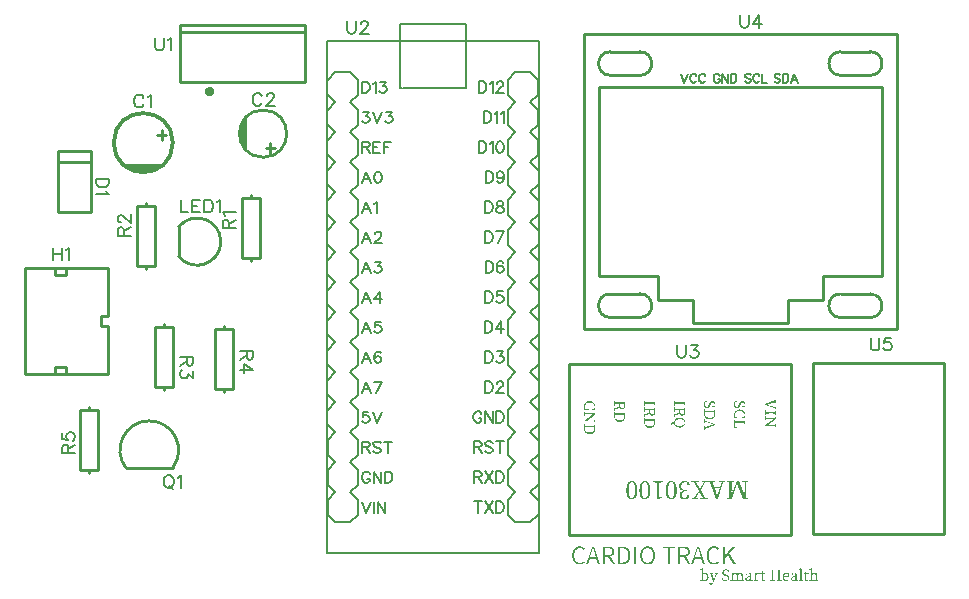
<source format=gto>
G04 Layer: TopSilkscreenLayer*
G04 EasyEDA v6.5.50, 2025-05-18 23:27:22*
G04 3d9ee40f25bc44afba2a55a8afe60d3c,38e003156f3e444eba849dea5bfb7f5a,10*
G04 Gerber Generator version 0.2*
G04 Scale: 100 percent, Rotated: No, Reflected: No *
G04 Dimensions in millimeters *
G04 leading zeros omitted , absolute positions ,4 integer and 5 decimal *
%FSLAX45Y45*%
%MOMM*%

%ADD10C,0.1524*%
%ADD11C,0.1500*%
%ADD12C,0.2032*%
%ADD13C,0.2540*%
%ADD14C,0.1520*%
%ADD15C,0.4000*%
%ADD16C,0.3000*%
%ADD17C,0.0196*%

%LPD*%
G36*
X4801616Y-4598416D02*
G01*
X4796078Y-4598619D01*
X4790643Y-4599279D01*
X4785410Y-4600346D01*
X4780381Y-4601819D01*
X4775555Y-4603750D01*
X4770932Y-4606036D01*
X4766564Y-4608677D01*
X4762398Y-4611776D01*
X4758486Y-4615180D01*
X4754880Y-4618990D01*
X4751527Y-4623155D01*
X4748479Y-4627676D01*
X4745736Y-4632502D01*
X4743348Y-4637684D01*
X4741265Y-4643221D01*
X4739538Y-4649012D01*
X4738166Y-4655159D01*
X4737150Y-4661611D01*
X4736541Y-4668367D01*
X4736338Y-4675378D01*
X4736541Y-4682490D01*
X4737150Y-4689246D01*
X4738116Y-4695748D01*
X4739436Y-4701895D01*
X4741164Y-4707737D01*
X4743196Y-4713274D01*
X4745583Y-4718456D01*
X4748276Y-4723333D01*
X4751273Y-4727803D01*
X4754524Y-4731969D01*
X4758080Y-4735728D01*
X4761890Y-4739132D01*
X4765954Y-4742180D01*
X4770272Y-4744821D01*
X4774793Y-4747107D01*
X4779568Y-4748987D01*
X4784496Y-4750409D01*
X4789627Y-4751476D01*
X4794910Y-4752136D01*
X4800346Y-4752340D01*
X4807356Y-4751984D01*
X4813960Y-4750917D01*
X4820158Y-4749190D01*
X4825949Y-4746802D01*
X4831384Y-4743805D01*
X4836515Y-4740148D01*
X4841290Y-4735880D01*
X4845812Y-4731004D01*
X4836414Y-4720590D01*
X4832654Y-4724450D01*
X4828743Y-4727854D01*
X4824730Y-4730750D01*
X4820462Y-4733188D01*
X4816043Y-4735118D01*
X4811318Y-4736490D01*
X4806391Y-4737303D01*
X4801108Y-4737608D01*
X4795774Y-4737303D01*
X4790694Y-4736490D01*
X4785868Y-4735118D01*
X4781346Y-4733239D01*
X4777130Y-4730851D01*
X4773218Y-4727956D01*
X4769662Y-4724603D01*
X4766411Y-4720742D01*
X4763516Y-4716475D01*
X4760925Y-4711750D01*
X4758740Y-4706620D01*
X4756912Y-4701082D01*
X4755489Y-4695139D01*
X4754473Y-4688840D01*
X4753813Y-4682134D01*
X4753610Y-4675124D01*
X4753813Y-4668113D01*
X4754473Y-4661458D01*
X4755540Y-4655159D01*
X4757064Y-4649266D01*
X4758944Y-4643729D01*
X4761179Y-4638649D01*
X4763820Y-4633976D01*
X4766767Y-4629759D01*
X4770120Y-4625949D01*
X4773777Y-4622647D01*
X4777740Y-4619802D01*
X4782007Y-4617415D01*
X4786579Y-4615586D01*
X4791405Y-4614214D01*
X4796536Y-4613402D01*
X4801870Y-4613148D01*
X4811064Y-4614214D01*
X4819243Y-4617110D01*
X4826406Y-4621631D01*
X4832604Y-4627372D01*
X4842002Y-4616450D01*
X4838598Y-4612995D01*
X4834686Y-4609642D01*
X4830318Y-4606594D01*
X4825441Y-4603902D01*
X4820107Y-4601667D01*
X4814366Y-4599889D01*
X4808169Y-4598822D01*
G37*
G36*
X5374640Y-4598416D02*
G01*
X5369204Y-4598619D01*
X5363921Y-4599279D01*
X5358841Y-4600346D01*
X5353964Y-4601819D01*
X5349290Y-4603699D01*
X5344871Y-4605934D01*
X5340604Y-4608626D01*
X5336641Y-4611624D01*
X5332933Y-4615078D01*
X5329478Y-4618837D01*
X5326278Y-4622952D01*
X5323382Y-4627422D01*
X5320792Y-4632248D01*
X5318506Y-4637430D01*
X5316524Y-4642866D01*
X5314899Y-4648657D01*
X5313578Y-4654804D01*
X5312664Y-4661204D01*
X5312105Y-4667910D01*
X5311902Y-4674870D01*
X5329174Y-4674870D01*
X5329377Y-4667910D01*
X5329986Y-4661255D01*
X5331002Y-4655007D01*
X5332425Y-4649165D01*
X5334203Y-4643678D01*
X5336336Y-4638598D01*
X5338826Y-4633925D01*
X5341620Y-4629708D01*
X5344769Y-4625949D01*
X5348224Y-4622647D01*
X5351932Y-4619802D01*
X5355945Y-4617415D01*
X5360263Y-4615586D01*
X5364835Y-4614214D01*
X5369610Y-4613402D01*
X5374640Y-4613148D01*
X5379720Y-4613402D01*
X5384546Y-4614214D01*
X5389118Y-4615586D01*
X5393486Y-4617415D01*
X5397500Y-4619802D01*
X5401259Y-4622647D01*
X5404713Y-4625949D01*
X5407863Y-4629708D01*
X5410708Y-4633925D01*
X5413197Y-4638598D01*
X5415330Y-4643678D01*
X5417108Y-4649165D01*
X5418531Y-4655007D01*
X5419547Y-4661255D01*
X5420156Y-4667910D01*
X5420360Y-4674870D01*
X5420156Y-4681829D01*
X5419547Y-4688484D01*
X5418531Y-4694783D01*
X5417108Y-4700727D01*
X5415330Y-4706315D01*
X5413197Y-4711446D01*
X5410708Y-4716221D01*
X5407863Y-4720539D01*
X5404713Y-4724400D01*
X5401259Y-4727803D01*
X5397500Y-4730750D01*
X5393486Y-4733137D01*
X5389118Y-4735068D01*
X5384546Y-4736490D01*
X5379720Y-4737303D01*
X5374640Y-4737608D01*
X5369610Y-4737303D01*
X5364835Y-4736490D01*
X5360263Y-4735068D01*
X5355945Y-4733137D01*
X5351932Y-4730750D01*
X5348224Y-4727803D01*
X5344769Y-4724400D01*
X5341620Y-4720539D01*
X5338826Y-4716221D01*
X5336336Y-4711446D01*
X5334203Y-4706315D01*
X5332425Y-4700727D01*
X5331002Y-4694783D01*
X5329986Y-4688484D01*
X5329377Y-4681829D01*
X5329174Y-4674870D01*
X5311902Y-4674870D01*
X5312105Y-4681880D01*
X5312664Y-4688586D01*
X5313578Y-4695037D01*
X5314899Y-4701184D01*
X5316524Y-4707026D01*
X5318506Y-4712563D01*
X5320792Y-4717745D01*
X5323382Y-4722672D01*
X5326278Y-4727194D01*
X5329478Y-4731410D01*
X5332933Y-4735271D01*
X5336641Y-4738725D01*
X5340604Y-4741875D01*
X5344871Y-4744567D01*
X5349290Y-4746904D01*
X5353964Y-4748834D01*
X5358841Y-4750358D01*
X5363921Y-4751476D01*
X5369204Y-4752136D01*
X5374640Y-4752340D01*
X5380126Y-4752136D01*
X5385409Y-4751476D01*
X5390540Y-4750358D01*
X5395417Y-4748834D01*
X5400141Y-4746904D01*
X5404612Y-4744567D01*
X5408828Y-4741875D01*
X5412841Y-4738725D01*
X5416550Y-4735271D01*
X5420055Y-4731410D01*
X5423255Y-4727194D01*
X5426151Y-4722672D01*
X5428742Y-4717745D01*
X5431028Y-4712563D01*
X5433009Y-4707026D01*
X5434634Y-4701184D01*
X5435955Y-4695037D01*
X5436870Y-4688586D01*
X5437428Y-4681880D01*
X5437632Y-4674870D01*
X5437428Y-4667910D01*
X5436870Y-4661204D01*
X5435955Y-4654804D01*
X5434634Y-4648657D01*
X5433009Y-4642866D01*
X5431028Y-4637430D01*
X5428742Y-4632248D01*
X5426151Y-4627422D01*
X5423255Y-4622952D01*
X5420055Y-4618837D01*
X5416550Y-4615078D01*
X5412841Y-4611624D01*
X5408828Y-4608626D01*
X5404612Y-4605934D01*
X5400141Y-4603699D01*
X5395417Y-4601819D01*
X5390540Y-4600346D01*
X5385409Y-4599279D01*
X5380126Y-4598619D01*
G37*
G36*
X5939282Y-4598416D02*
G01*
X5933744Y-4598619D01*
X5928309Y-4599279D01*
X5923076Y-4600346D01*
X5918047Y-4601819D01*
X5913221Y-4603750D01*
X5908598Y-4606036D01*
X5904230Y-4608677D01*
X5900064Y-4611776D01*
X5896152Y-4615180D01*
X5892546Y-4618990D01*
X5889193Y-4623155D01*
X5886145Y-4627676D01*
X5883402Y-4632502D01*
X5881014Y-4637684D01*
X5878931Y-4643221D01*
X5877204Y-4649012D01*
X5875832Y-4655159D01*
X5874816Y-4661611D01*
X5874207Y-4668367D01*
X5874004Y-4675378D01*
X5874207Y-4682490D01*
X5874816Y-4689246D01*
X5875782Y-4695748D01*
X5877153Y-4701895D01*
X5878880Y-4707737D01*
X5880912Y-4713274D01*
X5883300Y-4718456D01*
X5885992Y-4723333D01*
X5888990Y-4727803D01*
X5892292Y-4731969D01*
X5895848Y-4735728D01*
X5899658Y-4739132D01*
X5903772Y-4742180D01*
X5908040Y-4744821D01*
X5912561Y-4747107D01*
X5917285Y-4748987D01*
X5922213Y-4750409D01*
X5927344Y-4751476D01*
X5932576Y-4752136D01*
X5938012Y-4752340D01*
X5945022Y-4751984D01*
X5951626Y-4750917D01*
X5957824Y-4749190D01*
X5963615Y-4746802D01*
X5969050Y-4743805D01*
X5974181Y-4740148D01*
X5978956Y-4735880D01*
X5983478Y-4731004D01*
X5974080Y-4720590D01*
X5970371Y-4724450D01*
X5966510Y-4727854D01*
X5962497Y-4730750D01*
X5958281Y-4733188D01*
X5953810Y-4735118D01*
X5949137Y-4736490D01*
X5944209Y-4737303D01*
X5939028Y-4737608D01*
X5933643Y-4737303D01*
X5928512Y-4736490D01*
X5923686Y-4735118D01*
X5919114Y-4733239D01*
X5914898Y-4730851D01*
X5910986Y-4727956D01*
X5907379Y-4724603D01*
X5904077Y-4720742D01*
X5901182Y-4716475D01*
X5898591Y-4711750D01*
X5896406Y-4706620D01*
X5894578Y-4701082D01*
X5893155Y-4695139D01*
X5892139Y-4688840D01*
X5891479Y-4682134D01*
X5891276Y-4675124D01*
X5891479Y-4668113D01*
X5892139Y-4661458D01*
X5893257Y-4655159D01*
X5894730Y-4649266D01*
X5896660Y-4643729D01*
X5898896Y-4638649D01*
X5901537Y-4633976D01*
X5904534Y-4629759D01*
X5907887Y-4625949D01*
X5911545Y-4622647D01*
X5915507Y-4619802D01*
X5919774Y-4617415D01*
X5924346Y-4615586D01*
X5929172Y-4614214D01*
X5934202Y-4613402D01*
X5939536Y-4613148D01*
X5948730Y-4614214D01*
X5956909Y-4617110D01*
X5964174Y-4621631D01*
X5970524Y-4627372D01*
X5979668Y-4616450D01*
X5976264Y-4612995D01*
X5972352Y-4609642D01*
X5967984Y-4606594D01*
X5963107Y-4603902D01*
X5957773Y-4601667D01*
X5952032Y-4599889D01*
X5945835Y-4598822D01*
G37*
G36*
X4904994Y-4600956D02*
G01*
X4874739Y-4689602D01*
X4890516Y-4689602D01*
X4906213Y-4640630D01*
X4913630Y-4615180D01*
X4914392Y-4615180D01*
X4925720Y-4652975D01*
X4929886Y-4665472D01*
X4937506Y-4689602D01*
X4874739Y-4689602D01*
X4854194Y-4749800D01*
X4871212Y-4749800D01*
X4886452Y-4702810D01*
X4941824Y-4702810D01*
X4956556Y-4749800D01*
X4974590Y-4749800D01*
X4923536Y-4600956D01*
G37*
G36*
X4996180Y-4600956D02*
G01*
X4996180Y-4614672D01*
X5038852Y-4614672D01*
X5047386Y-4615027D01*
X5054854Y-4616145D01*
X5061254Y-4618075D01*
X5066588Y-4620869D01*
X5070754Y-4624679D01*
X5073751Y-4629454D01*
X5075580Y-4635347D01*
X5076190Y-4642358D01*
X5075580Y-4649317D01*
X5073751Y-4655312D01*
X5070754Y-4660392D01*
X5066588Y-4664506D01*
X5061254Y-4667707D01*
X5054854Y-4669993D01*
X5047386Y-4671364D01*
X5038852Y-4671822D01*
X5012944Y-4671822D01*
X5012944Y-4614672D01*
X4996180Y-4614672D01*
X4996180Y-4749800D01*
X5012944Y-4749800D01*
X5012944Y-4685538D01*
X5040884Y-4685538D01*
X5077968Y-4749800D01*
X5096764Y-4749800D01*
X5058410Y-4684014D01*
X5063540Y-4682642D01*
X5068265Y-4680864D01*
X5072684Y-4678730D01*
X5076748Y-4676241D01*
X5080355Y-4673396D01*
X5083606Y-4670145D01*
X5086350Y-4666488D01*
X5088686Y-4662474D01*
X5090515Y-4658055D01*
X5091836Y-4653229D01*
X5092700Y-4647996D01*
X5092954Y-4642358D01*
X5092496Y-4635144D01*
X5091277Y-4628692D01*
X5089194Y-4623054D01*
X5086350Y-4618075D01*
X5082844Y-4613808D01*
X5078628Y-4610252D01*
X5073802Y-4607255D01*
X5068366Y-4604918D01*
X5062423Y-4603140D01*
X5055920Y-4601921D01*
X5049012Y-4601210D01*
X5041646Y-4600956D01*
G37*
G36*
X5123434Y-4600956D02*
G01*
X5123434Y-4614926D01*
X5158740Y-4614926D01*
X5165293Y-4615180D01*
X5171389Y-4615942D01*
X5177078Y-4617212D01*
X5182311Y-4618939D01*
X5187137Y-4621174D01*
X5191556Y-4623866D01*
X5195519Y-4627016D01*
X5199075Y-4630623D01*
X5202174Y-4634687D01*
X5204866Y-4639157D01*
X5207152Y-4644085D01*
X5209032Y-4649419D01*
X5210454Y-4655210D01*
X5211521Y-4661357D01*
X5212130Y-4667910D01*
X5212334Y-4674870D01*
X5212130Y-4681778D01*
X5211521Y-4688382D01*
X5210454Y-4694580D01*
X5209032Y-4700422D01*
X5207152Y-4705858D01*
X5204866Y-4710887D01*
X5202174Y-4715510D01*
X5199075Y-4719675D01*
X5195519Y-4723434D01*
X5191556Y-4726686D01*
X5187137Y-4729530D01*
X5182311Y-4731816D01*
X5177078Y-4733696D01*
X5171389Y-4735017D01*
X5165293Y-4735830D01*
X5158740Y-4736084D01*
X5140452Y-4736084D01*
X5140452Y-4614926D01*
X5123434Y-4614926D01*
X5123434Y-4749800D01*
X5160772Y-4749800D01*
X5167376Y-4749596D01*
X5173624Y-4748987D01*
X5179568Y-4747920D01*
X5185206Y-4746498D01*
X5190490Y-4744669D01*
X5195468Y-4742434D01*
X5200091Y-4739843D01*
X5204409Y-4736896D01*
X5208422Y-4733544D01*
X5212029Y-4729835D01*
X5215331Y-4725822D01*
X5218328Y-4721453D01*
X5220970Y-4716729D01*
X5223256Y-4711649D01*
X5225186Y-4706315D01*
X5226761Y-4700625D01*
X5227980Y-4694631D01*
X5228894Y-4688332D01*
X5229402Y-4681728D01*
X5229606Y-4674870D01*
X5229402Y-4668012D01*
X5228894Y-4661458D01*
X5227980Y-4655159D01*
X5226761Y-4649216D01*
X5225186Y-4643628D01*
X5223205Y-4638294D01*
X5220919Y-4633315D01*
X5218277Y-4628642D01*
X5215280Y-4624374D01*
X5211927Y-4620361D01*
X5208270Y-4616754D01*
X5204256Y-4613503D01*
X5199888Y-4610608D01*
X5195214Y-4608068D01*
X5190185Y-4605934D01*
X5184800Y-4604156D01*
X5179110Y-4602784D01*
X5173065Y-4601768D01*
X5166715Y-4601159D01*
X5160010Y-4600956D01*
G37*
G36*
X5262372Y-4600956D02*
G01*
X5262372Y-4749800D01*
X5279136Y-4749800D01*
X5279136Y-4600956D01*
G37*
G36*
X5501386Y-4600956D02*
G01*
X5501386Y-4615180D01*
X5546852Y-4615180D01*
X5546852Y-4749800D01*
X5563870Y-4749800D01*
X5563870Y-4615180D01*
X5609336Y-4615180D01*
X5609336Y-4600956D01*
G37*
G36*
X5636260Y-4600956D02*
G01*
X5636260Y-4614672D01*
X5679186Y-4614672D01*
X5687720Y-4615027D01*
X5695188Y-4616145D01*
X5701588Y-4618075D01*
X5706922Y-4620869D01*
X5711088Y-4624679D01*
X5714085Y-4629454D01*
X5715914Y-4635347D01*
X5716524Y-4642358D01*
X5715914Y-4649317D01*
X5714085Y-4655312D01*
X5711088Y-4660392D01*
X5706922Y-4664506D01*
X5701588Y-4667707D01*
X5695188Y-4669993D01*
X5687720Y-4671364D01*
X5679186Y-4671822D01*
X5653278Y-4671822D01*
X5653278Y-4614672D01*
X5636260Y-4614672D01*
X5636260Y-4749800D01*
X5653278Y-4749800D01*
X5653278Y-4685538D01*
X5680964Y-4685538D01*
X5718302Y-4749800D01*
X5737098Y-4749800D01*
X5698744Y-4684014D01*
X5703824Y-4682642D01*
X5708548Y-4680864D01*
X5712917Y-4678730D01*
X5716981Y-4676241D01*
X5720588Y-4673396D01*
X5723839Y-4670145D01*
X5726633Y-4666488D01*
X5728970Y-4662474D01*
X5730798Y-4658055D01*
X5732170Y-4653229D01*
X5732983Y-4647996D01*
X5733288Y-4642358D01*
X5732830Y-4635144D01*
X5731611Y-4628692D01*
X5729528Y-4623054D01*
X5726684Y-4618075D01*
X5723178Y-4613808D01*
X5718962Y-4610252D01*
X5714136Y-4607255D01*
X5708700Y-4604918D01*
X5702757Y-4603140D01*
X5696254Y-4601921D01*
X5689346Y-4601210D01*
X5681980Y-4600956D01*
G37*
G36*
X5793994Y-4600956D02*
G01*
X5763739Y-4689602D01*
X5779516Y-4689602D01*
X5795213Y-4640630D01*
X5802630Y-4615180D01*
X5803392Y-4615180D01*
X5814720Y-4652975D01*
X5818886Y-4665472D01*
X5826506Y-4689602D01*
X5763739Y-4689602D01*
X5743194Y-4749800D01*
X5760212Y-4749800D01*
X5775452Y-4702810D01*
X5830824Y-4702810D01*
X5845556Y-4749800D01*
X5863590Y-4749800D01*
X5812536Y-4600956D01*
G37*
G36*
X6011672Y-4600956D02*
G01*
X6011672Y-4749800D01*
X6028436Y-4749800D01*
X6028436Y-4701794D01*
X6055106Y-4670298D01*
X6100826Y-4749800D01*
X6119622Y-4749800D01*
X6066028Y-4657344D01*
X6112764Y-4600956D01*
X6093460Y-4600956D01*
X6028944Y-4677664D01*
X6028436Y-4677664D01*
X6028436Y-4600956D01*
G37*
G36*
X5841492Y-4786630D02*
G01*
X5820410Y-4792472D01*
X5820410Y-4796536D01*
X5831840Y-4797806D01*
X5831659Y-4876546D01*
X5843270Y-4876546D01*
X5843270Y-4836668D01*
X5848553Y-4832451D01*
X5853125Y-4830064D01*
X5857087Y-4829048D01*
X5860542Y-4828794D01*
X5864402Y-4829251D01*
X5867857Y-4830572D01*
X5870956Y-4832756D01*
X5873546Y-4835855D01*
X5875680Y-4839817D01*
X5877255Y-4844643D01*
X5878220Y-4850384D01*
X5878576Y-4856988D01*
X5878169Y-4863693D01*
X5877052Y-4869383D01*
X5875324Y-4874056D01*
X5872988Y-4877816D01*
X5870194Y-4880660D01*
X5866993Y-4882642D01*
X5863488Y-4883810D01*
X5859780Y-4884166D01*
X5855716Y-4883708D01*
X5851601Y-4882337D01*
X5847435Y-4880000D01*
X5843270Y-4876546D01*
X5831659Y-4876546D01*
X5831586Y-4883658D01*
X5821172Y-4885182D01*
X5821172Y-4889500D01*
X5841746Y-4890770D01*
X5842762Y-4881372D01*
X5847638Y-4886248D01*
X5852668Y-4889296D01*
X5857697Y-4890820D01*
X5862574Y-4891278D01*
X5868619Y-4890617D01*
X5874105Y-4888687D01*
X5878931Y-4885588D01*
X5883097Y-4881422D01*
X5886450Y-4876292D01*
X5888939Y-4870297D01*
X5890463Y-4863490D01*
X5891022Y-4855972D01*
X5890514Y-4848301D01*
X5888939Y-4841494D01*
X5886551Y-4835652D01*
X5883300Y-4830724D01*
X5879388Y-4826863D01*
X5874816Y-4824018D01*
X5869787Y-4822291D01*
X5864352Y-4821682D01*
X5858814Y-4822291D01*
X5853379Y-4824120D01*
X5847994Y-4827371D01*
X5842762Y-4832096D01*
X5842762Y-4807458D01*
X5843270Y-4787646D01*
G37*
G36*
X6677914Y-4786630D02*
G01*
X6656578Y-4792472D01*
X6656578Y-4796536D01*
X6667753Y-4797806D01*
X6667652Y-4877866D01*
X6667500Y-4883658D01*
X6656578Y-4885182D01*
X6656578Y-4889500D01*
X6690614Y-4889500D01*
X6690614Y-4885182D01*
X6679438Y-4883658D01*
X6679184Y-4860290D01*
X6679184Y-4807458D01*
X6679946Y-4787646D01*
G37*
G36*
X6765036Y-4786630D02*
G01*
X6743953Y-4792472D01*
X6743953Y-4796536D01*
X6755130Y-4797806D01*
X6755079Y-4871770D01*
X6754875Y-4883658D01*
X6744462Y-4885182D01*
X6744462Y-4889500D01*
X6776466Y-4889500D01*
X6776466Y-4885182D01*
X6766814Y-4883658D01*
X6766559Y-4839716D01*
X6771995Y-4835296D01*
X6777075Y-4832502D01*
X6781901Y-4830978D01*
X6786625Y-4830572D01*
X6791756Y-4831384D01*
X6795414Y-4834178D01*
X6797598Y-4839360D01*
X6798309Y-4847336D01*
X6798056Y-4883658D01*
X6787642Y-4885182D01*
X6787642Y-4889500D01*
X6819646Y-4889500D01*
X6819646Y-4885182D01*
X6809994Y-4883658D01*
X6809740Y-4847082D01*
X6809435Y-4840732D01*
X6808622Y-4835398D01*
X6807200Y-4831029D01*
X6805218Y-4827524D01*
X6802678Y-4824882D01*
X6799580Y-4823104D01*
X6795922Y-4822037D01*
X6791706Y-4821682D01*
X6785000Y-4822596D01*
X6778345Y-4825187D01*
X6772046Y-4829302D01*
X6766306Y-4834636D01*
X6766306Y-4807458D01*
X6766814Y-4787646D01*
G37*
G36*
X6038088Y-4794250D02*
G01*
X6031738Y-4794707D01*
X6025845Y-4795977D01*
X6020562Y-4798060D01*
X6016040Y-4801006D01*
X6012281Y-4804664D01*
X6009487Y-4809032D01*
X6007709Y-4814112D01*
X6007100Y-4819904D01*
X6007557Y-4824780D01*
X6008827Y-4829200D01*
X6010910Y-4833162D01*
X6013704Y-4836718D01*
X6017158Y-4839868D01*
X6021222Y-4842713D01*
X6025845Y-4845304D01*
X6030976Y-4847590D01*
X6036310Y-4849622D01*
X6044285Y-4853381D01*
X6049721Y-4857394D01*
X6052870Y-4862118D01*
X6053836Y-4868164D01*
X6052261Y-4875580D01*
X6047740Y-4880965D01*
X6040780Y-4884318D01*
X6031738Y-4885436D01*
X6027470Y-4885232D01*
X6023711Y-4884623D01*
X6020257Y-4883505D01*
X6017006Y-4881880D01*
X6013450Y-4864608D01*
X6006338Y-4864608D01*
X6005322Y-4884166D01*
X6010808Y-4887010D01*
X6017412Y-4889347D01*
X6024727Y-4890973D01*
X6032500Y-4891532D01*
X6039459Y-4891074D01*
X6045758Y-4889703D01*
X6051346Y-4887518D01*
X6056122Y-4884521D01*
X6059982Y-4880711D01*
X6062878Y-4876190D01*
X6064656Y-4871008D01*
X6065266Y-4865116D01*
X6064910Y-4860493D01*
X6063894Y-4856276D01*
X6062116Y-4852466D01*
X6059525Y-4848910D01*
X6056071Y-4845659D01*
X6051651Y-4842611D01*
X6046266Y-4839716D01*
X6034278Y-4834636D01*
X6027623Y-4831486D01*
X6022695Y-4827524D01*
X6019596Y-4822647D01*
X6018530Y-4816602D01*
X6020003Y-4809540D01*
X6024016Y-4804460D01*
X6030214Y-4801362D01*
X6038088Y-4800346D01*
X6041136Y-4800498D01*
X6043980Y-4800955D01*
X6046622Y-4801870D01*
X6049264Y-4803140D01*
X6052820Y-4819904D01*
X6060186Y-4819904D01*
X6060948Y-4801616D01*
X6056122Y-4798517D01*
X6050737Y-4796231D01*
X6044742Y-4794758D01*
G37*
G36*
X6411976Y-4796536D02*
G01*
X6411976Y-4801362D01*
X6424930Y-4802632D01*
X6425184Y-4855768D01*
X6424930Y-4883404D01*
X6411976Y-4884674D01*
X6411976Y-4889500D01*
X6450838Y-4889500D01*
X6450838Y-4884674D01*
X6438138Y-4883404D01*
X6437884Y-4844542D01*
X6483096Y-4844542D01*
X6482842Y-4883404D01*
X6470142Y-4884674D01*
X6470142Y-4889500D01*
X6509004Y-4889500D01*
X6509004Y-4884674D01*
X6496050Y-4883404D01*
X6495796Y-4830267D01*
X6496050Y-4802632D01*
X6509004Y-4801362D01*
X6509004Y-4796536D01*
X6470142Y-4796536D01*
X6470142Y-4801362D01*
X6482842Y-4802632D01*
X6483096Y-4838954D01*
X6437884Y-4838954D01*
X6438138Y-4802632D01*
X6450838Y-4801362D01*
X6450838Y-4796536D01*
G37*
G36*
X6345174Y-4804410D02*
G01*
X6341364Y-4823206D01*
X6328918Y-4824730D01*
X6328918Y-4829556D01*
X6340856Y-4829556D01*
X6340602Y-4875022D01*
X6341668Y-4882286D01*
X6344767Y-4887315D01*
X6349695Y-4890312D01*
X6356350Y-4891278D01*
X6361379Y-4890820D01*
X6365798Y-4889449D01*
X6369558Y-4887214D01*
X6372606Y-4884166D01*
X6369812Y-4880864D01*
X6367170Y-4882692D01*
X6364782Y-4883962D01*
X6362547Y-4884674D01*
X6360160Y-4884928D01*
X6356908Y-4884318D01*
X6354419Y-4882489D01*
X6352844Y-4879238D01*
X6352286Y-4874514D01*
X6352286Y-4829556D01*
X6371082Y-4829556D01*
X6371082Y-4823714D01*
X6352286Y-4823714D01*
X6353048Y-4804410D01*
G37*
G36*
X6711950Y-4804410D02*
G01*
X6708394Y-4823206D01*
X6695948Y-4824730D01*
X6695948Y-4829556D01*
X6707631Y-4829556D01*
X6707631Y-4875022D01*
X6708698Y-4882286D01*
X6711797Y-4887315D01*
X6716725Y-4890312D01*
X6723380Y-4891278D01*
X6728358Y-4890820D01*
X6732727Y-4889449D01*
X6736384Y-4887214D01*
X6739381Y-4884166D01*
X6736588Y-4880864D01*
X6734098Y-4882692D01*
X6731812Y-4883962D01*
X6729526Y-4884674D01*
X6727190Y-4884928D01*
X6723786Y-4884318D01*
X6721195Y-4882489D01*
X6719620Y-4879238D01*
X6719062Y-4874514D01*
X6719062Y-4829556D01*
X6737858Y-4829556D01*
X6737858Y-4823714D01*
X6719316Y-4823714D01*
X6720078Y-4804410D01*
G37*
G36*
X6122416Y-4821682D02*
G01*
X6116066Y-4822596D01*
X6109766Y-4825187D01*
X6103772Y-4829200D01*
X6098286Y-4834382D01*
X6097016Y-4823206D01*
X6095238Y-4821936D01*
X6075680Y-4829556D01*
X6075680Y-4833620D01*
X6086602Y-4834636D01*
X6087059Y-4843170D01*
X6086856Y-4883658D01*
X6076442Y-4885182D01*
X6076442Y-4889500D01*
X6108446Y-4889500D01*
X6108446Y-4885182D01*
X6098794Y-4883658D01*
X6098540Y-4839716D01*
X6103620Y-4835499D01*
X6108344Y-4832654D01*
X6112916Y-4831080D01*
X6117590Y-4830572D01*
X6122720Y-4831384D01*
X6126276Y-4834178D01*
X6128359Y-4839360D01*
X6129020Y-4847336D01*
X6128766Y-4883658D01*
X6118098Y-4885182D01*
X6118098Y-4889500D01*
X6150102Y-4889500D01*
X6150102Y-4885182D01*
X6140704Y-4883658D01*
X6140196Y-4860290D01*
X6140145Y-4843221D01*
X6139942Y-4839970D01*
X6145225Y-4835601D01*
X6150051Y-4832705D01*
X6154572Y-4831080D01*
X6158992Y-4830572D01*
X6164122Y-4831334D01*
X6167780Y-4834026D01*
X6169964Y-4839157D01*
X6170676Y-4847336D01*
X6170422Y-4883658D01*
X6160008Y-4885182D01*
X6160008Y-4889500D01*
X6192012Y-4889500D01*
X6192012Y-4885182D01*
X6182106Y-4883658D01*
X6181852Y-4845812D01*
X6180683Y-4834839D01*
X6177229Y-4827371D01*
X6171692Y-4823053D01*
X6164072Y-4821682D01*
X6157417Y-4822444D01*
X6150914Y-4824831D01*
X6144717Y-4828844D01*
X6138926Y-4834636D01*
X6136589Y-4828844D01*
X6133033Y-4824831D01*
X6128308Y-4822444D01*
G37*
G36*
X6231382Y-4821682D02*
G01*
X6221374Y-4822901D01*
X6213348Y-4826304D01*
X6207607Y-4831740D01*
X6204458Y-4838954D01*
X6204966Y-4841189D01*
X6206185Y-4842865D01*
X6208014Y-4843932D01*
X6210554Y-4844288D01*
X6212992Y-4843881D01*
X6214973Y-4842611D01*
X6216497Y-4840528D01*
X6217666Y-4837684D01*
X6220206Y-4828286D01*
X6224422Y-4827270D01*
X6228080Y-4827016D01*
X6234125Y-4827778D01*
X6238341Y-4830521D01*
X6240780Y-4835804D01*
X6241542Y-4844288D01*
X6241542Y-4848606D01*
X6233058Y-4850790D01*
X6225540Y-4853178D01*
X6214211Y-4857953D01*
X6207150Y-4862982D01*
X6203442Y-4868316D01*
X6202773Y-4872228D01*
X6214364Y-4872228D01*
X6214872Y-4868468D01*
X6216904Y-4864608D01*
X6221222Y-4860747D01*
X6228588Y-4856988D01*
X6234277Y-4855057D01*
X6241542Y-4852924D01*
X6241542Y-4875022D01*
X6236411Y-4878882D01*
X6232499Y-4881372D01*
X6229096Y-4882743D01*
X6225540Y-4883150D01*
X6221120Y-4882489D01*
X6217564Y-4880559D01*
X6215227Y-4877155D01*
X6214364Y-4872228D01*
X6202773Y-4872228D01*
X6202426Y-4874260D01*
X6203899Y-4881626D01*
X6207861Y-4886960D01*
X6213805Y-4890211D01*
X6220968Y-4891278D01*
X6226708Y-4890617D01*
X6231686Y-4888534D01*
X6236512Y-4885080D01*
X6241796Y-4880102D01*
X6243218Y-4884572D01*
X6245809Y-4888026D01*
X6249568Y-4890262D01*
X6254242Y-4891024D01*
X6257696Y-4890668D01*
X6260795Y-4889449D01*
X6263589Y-4887264D01*
X6266180Y-4883912D01*
X6263640Y-4881372D01*
X6261049Y-4883810D01*
X6259626Y-4884420D01*
X6258052Y-4884674D01*
X6255969Y-4884216D01*
X6254394Y-4882692D01*
X6253327Y-4879949D01*
X6252972Y-4875784D01*
X6252972Y-4845558D01*
X6252616Y-4839563D01*
X6251651Y-4834534D01*
X6249974Y-4830419D01*
X6247587Y-4827168D01*
X6244590Y-4824679D01*
X6240881Y-4823002D01*
X6236462Y-4821986D01*
G37*
G36*
X6314440Y-4821682D02*
G01*
X6308598Y-4822901D01*
X6303060Y-4826457D01*
X6298133Y-4832197D01*
X6294120Y-4839970D01*
X6292596Y-4823206D01*
X6290818Y-4821936D01*
X6271260Y-4829556D01*
X6271260Y-4833620D01*
X6282182Y-4834636D01*
X6282690Y-4853178D01*
X6282436Y-4883658D01*
X6272276Y-4885182D01*
X6272276Y-4889500D01*
X6306058Y-4889500D01*
X6306058Y-4885182D01*
X6294374Y-4883404D01*
X6294120Y-4849368D01*
X6296406Y-4843526D01*
X6299047Y-4838598D01*
X6302349Y-4834483D01*
X6306312Y-4831080D01*
X6307836Y-4832604D01*
X6309918Y-4834178D01*
X6311950Y-4835347D01*
X6314135Y-4836160D01*
X6316472Y-4836414D01*
X6320078Y-4835702D01*
X6322517Y-4833772D01*
X6323888Y-4830724D01*
X6324346Y-4826762D01*
X6322771Y-4824679D01*
X6320434Y-4823104D01*
X6317589Y-4822037D01*
G37*
G36*
X6550406Y-4821682D02*
G01*
X6544056Y-4822342D01*
X6538112Y-4824222D01*
X6532676Y-4827219D01*
X6527952Y-4831334D01*
X6523990Y-4836464D01*
X6520992Y-4842459D01*
X6519062Y-4849368D01*
X6518952Y-4850638D01*
X6530848Y-4850638D01*
X6533134Y-4839970D01*
X6537604Y-4832654D01*
X6543344Y-4828387D01*
X6549644Y-4827016D01*
X6555943Y-4828336D01*
X6560820Y-4831892D01*
X6564020Y-4837074D01*
X6565138Y-4843272D01*
X6564782Y-4846370D01*
X6563614Y-4848809D01*
X6561277Y-4850333D01*
X6557518Y-4850892D01*
X6518952Y-4850638D01*
X6518402Y-4856988D01*
X6518960Y-4864658D01*
X6520688Y-4871466D01*
X6523431Y-4877308D01*
X6527088Y-4882235D01*
X6531660Y-4886096D01*
X6537045Y-4888941D01*
X6543141Y-4890668D01*
X6549898Y-4891278D01*
X6558432Y-4890160D01*
X6565646Y-4887010D01*
X6571538Y-4882083D01*
X6576059Y-4875530D01*
X6573266Y-4873498D01*
X6569456Y-4877612D01*
X6565087Y-4880762D01*
X6559956Y-4882692D01*
X6553708Y-4883404D01*
X6548881Y-4882997D01*
X6544462Y-4881676D01*
X6540550Y-4879543D01*
X6537198Y-4876546D01*
X6534454Y-4872685D01*
X6532422Y-4867960D01*
X6531102Y-4862423D01*
X6530594Y-4855972D01*
X6575298Y-4855972D01*
X6576110Y-4852619D01*
X6576314Y-4848352D01*
X6575806Y-4842459D01*
X6574383Y-4837226D01*
X6572046Y-4832654D01*
X6568998Y-4828844D01*
X6565188Y-4825746D01*
X6560769Y-4823510D01*
X6555841Y-4822139D01*
G37*
G36*
X6616953Y-4821682D02*
G01*
X6607098Y-4822901D01*
X6599123Y-4826304D01*
X6593331Y-4831740D01*
X6590030Y-4838954D01*
X6590690Y-4841189D01*
X6591960Y-4842865D01*
X6593840Y-4843932D01*
X6596380Y-4844288D01*
X6598818Y-4843881D01*
X6600748Y-4842611D01*
X6602222Y-4840528D01*
X6606031Y-4828286D01*
X6610045Y-4827270D01*
X6613906Y-4827016D01*
X6619951Y-4827778D01*
X6624015Y-4830521D01*
X6626352Y-4835804D01*
X6627114Y-4844288D01*
X6627114Y-4848606D01*
X6618731Y-4850790D01*
X6611112Y-4853178D01*
X6599936Y-4857953D01*
X6592925Y-4862982D01*
X6589268Y-4868316D01*
X6588599Y-4872228D01*
X6599936Y-4872228D01*
X6600494Y-4868468D01*
X6602577Y-4864608D01*
X6606997Y-4860747D01*
X6614414Y-4856988D01*
X6627114Y-4852924D01*
X6627114Y-4875022D01*
X6622135Y-4878882D01*
X6618173Y-4881372D01*
X6614769Y-4882743D01*
X6611366Y-4883150D01*
X6606794Y-4882489D01*
X6603187Y-4880559D01*
X6600799Y-4877155D01*
X6599936Y-4872228D01*
X6588599Y-4872228D01*
X6588252Y-4874260D01*
X6589674Y-4881626D01*
X6593586Y-4886960D01*
X6599377Y-4890211D01*
X6606540Y-4891278D01*
X6612280Y-4890617D01*
X6617258Y-4888534D01*
X6622084Y-4885080D01*
X6627368Y-4880102D01*
X6628892Y-4884572D01*
X6631482Y-4888026D01*
X6635140Y-4890262D01*
X6639814Y-4891024D01*
X6643268Y-4890668D01*
X6646468Y-4889449D01*
X6649262Y-4887264D01*
X6651752Y-4883912D01*
X6649212Y-4881372D01*
X6646621Y-4883810D01*
X6645198Y-4884420D01*
X6643624Y-4884674D01*
X6641541Y-4884216D01*
X6639915Y-4882692D01*
X6638899Y-4879949D01*
X6638544Y-4875784D01*
X6638544Y-4845558D01*
X6638239Y-4839563D01*
X6637223Y-4834534D01*
X6635597Y-4830419D01*
X6633260Y-4827168D01*
X6630263Y-4824679D01*
X6626555Y-4823002D01*
X6622135Y-4821986D01*
G37*
G36*
X5896102Y-4823714D02*
G01*
X5896102Y-4827778D01*
X5903722Y-4828794D01*
X5929630Y-4893564D01*
X5926582Y-4901184D01*
X5923534Y-4906721D01*
X5919927Y-4911598D01*
X5915660Y-4915662D01*
X5912104Y-4912512D01*
X5909665Y-4910988D01*
X5907176Y-4910124D01*
X5904484Y-4909820D01*
X5901486Y-4910124D01*
X5898794Y-4911090D01*
X5896711Y-4912817D01*
X5895594Y-4915408D01*
X5896610Y-4918913D01*
X5899353Y-4921656D01*
X5903315Y-4923434D01*
X5908040Y-4924044D01*
X5911799Y-4923586D01*
X5915456Y-4922215D01*
X5919012Y-4919827D01*
X5922467Y-4916373D01*
X5925921Y-4911801D01*
X5929274Y-4906060D01*
X5932627Y-4899050D01*
X5935980Y-4890770D01*
X5959348Y-4829302D01*
X5967222Y-4827778D01*
X5967222Y-4823714D01*
X5940044Y-4823714D01*
X5940044Y-4827778D01*
X5952744Y-4829302D01*
X5935218Y-4878578D01*
X5916930Y-4829302D01*
X5929122Y-4827778D01*
X5929122Y-4823714D01*
G37*
G36*
X6458458Y-3350514D02*
G01*
X6457188Y-3361182D01*
X6369304Y-3393694D01*
X6369304Y-3399536D01*
X6456934Y-3428746D01*
X6458458Y-3440684D01*
X6463284Y-3440684D01*
X6463284Y-3408934D01*
X6457950Y-3408934D01*
X6456680Y-3421634D01*
X6386830Y-3399028D01*
X6456680Y-3374644D01*
X6457950Y-3388360D01*
X6463284Y-3388360D01*
X6463284Y-3350514D01*
G37*
G36*
X6370066Y-3448304D02*
G01*
X6370066Y-3487420D01*
X6374892Y-3487420D01*
X6376416Y-3474465D01*
X6429451Y-3474212D01*
X6456934Y-3474465D01*
X6458458Y-3487420D01*
X6463284Y-3487420D01*
X6463284Y-3448304D01*
X6458458Y-3448304D01*
X6456934Y-3461258D01*
X6429400Y-3461512D01*
X6376416Y-3461258D01*
X6374892Y-3448304D01*
G37*
G36*
X6370066Y-3499104D02*
G01*
X6370066Y-3531870D01*
X6374892Y-3531870D01*
X6376924Y-3517137D01*
X6447282Y-3516884D01*
X6369304Y-3573526D01*
X6369304Y-3578606D01*
X6456680Y-3578606D01*
X6458458Y-3590290D01*
X6463284Y-3590290D01*
X6463284Y-3557524D01*
X6458458Y-3557524D01*
X6456680Y-3572256D01*
X6392164Y-3572510D01*
X6463284Y-3521201D01*
X6463284Y-3499612D01*
X6458458Y-3499612D01*
X6457188Y-3509518D01*
X6455410Y-3511042D01*
X6376670Y-3510787D01*
X6374892Y-3499104D01*
G37*
G36*
X6113018Y-3367786D02*
G01*
X6110173Y-3373221D01*
X6107836Y-3379724D01*
X6106210Y-3386988D01*
X6105652Y-3394710D01*
X6106109Y-3401669D01*
X6107480Y-3407968D01*
X6109665Y-3413556D01*
X6112662Y-3418332D01*
X6116472Y-3422192D01*
X6120993Y-3425088D01*
X6126175Y-3426866D01*
X6132068Y-3427476D01*
X6136690Y-3427120D01*
X6140907Y-3426104D01*
X6144717Y-3424326D01*
X6148273Y-3421735D01*
X6151524Y-3418281D01*
X6154572Y-3413861D01*
X6157468Y-3408476D01*
X6162548Y-3396487D01*
X6165697Y-3389731D01*
X6169660Y-3384804D01*
X6174536Y-3381756D01*
X6180582Y-3380740D01*
X6187643Y-3382162D01*
X6192723Y-3386226D01*
X6195822Y-3392322D01*
X6196838Y-3400044D01*
X6196685Y-3403142D01*
X6196177Y-3406038D01*
X6195314Y-3408781D01*
X6194044Y-3411474D01*
X6177280Y-3415029D01*
X6177280Y-3422396D01*
X6195568Y-3423158D01*
X6198666Y-3418332D01*
X6200952Y-3412947D01*
X6202426Y-3406952D01*
X6202934Y-3400298D01*
X6202476Y-3393948D01*
X6201206Y-3388055D01*
X6199124Y-3382772D01*
X6196177Y-3378250D01*
X6192520Y-3374491D01*
X6188151Y-3371697D01*
X6183071Y-3369919D01*
X6177280Y-3369310D01*
X6172403Y-3369767D01*
X6167983Y-3371037D01*
X6164021Y-3373120D01*
X6160465Y-3375914D01*
X6157315Y-3379368D01*
X6154470Y-3383432D01*
X6151880Y-3388055D01*
X6149594Y-3393186D01*
X6147562Y-3398520D01*
X6143802Y-3406495D01*
X6139840Y-3411931D01*
X6135065Y-3415080D01*
X6129020Y-3416046D01*
X6121603Y-3414471D01*
X6116218Y-3410000D01*
X6112865Y-3402990D01*
X6111748Y-3393694D01*
X6111951Y-3389579D01*
X6112560Y-3385870D01*
X6113678Y-3382467D01*
X6115304Y-3379215D01*
X6132576Y-3375660D01*
X6132576Y-3368548D01*
G37*
G36*
X6154420Y-3439922D02*
G01*
X6147358Y-3440328D01*
X6140754Y-3441496D01*
X6134608Y-3443376D01*
X6128918Y-3445967D01*
X6123736Y-3449218D01*
X6119164Y-3453079D01*
X6115202Y-3457498D01*
X6111849Y-3462477D01*
X6109208Y-3468014D01*
X6107277Y-3473958D01*
X6106058Y-3480358D01*
X6105652Y-3487165D01*
X6106058Y-3494481D01*
X6107226Y-3501593D01*
X6109309Y-3508400D01*
X6112256Y-3514851D01*
X6132830Y-3515360D01*
X6132830Y-3507486D01*
X6115304Y-3504184D01*
X6113678Y-3500170D01*
X6112560Y-3496106D01*
X6111951Y-3492093D01*
X6111748Y-3488182D01*
X6112052Y-3483356D01*
X6112967Y-3478784D01*
X6114491Y-3474516D01*
X6116624Y-3470554D01*
X6119317Y-3466947D01*
X6122619Y-3463747D01*
X6126480Y-3460953D01*
X6130950Y-3458565D01*
X6135979Y-3456686D01*
X6141567Y-3455314D01*
X6147714Y-3454450D01*
X6154420Y-3454146D01*
X6161074Y-3454450D01*
X6167170Y-3455365D01*
X6172708Y-3456838D01*
X6177737Y-3458819D01*
X6182156Y-3461258D01*
X6186017Y-3464153D01*
X6189268Y-3467506D01*
X6192012Y-3471164D01*
X6194094Y-3475126D01*
X6195618Y-3479444D01*
X6196533Y-3483965D01*
X6196838Y-3488690D01*
X6196634Y-3492144D01*
X6196025Y-3495700D01*
X6194907Y-3499307D01*
X6193282Y-3502914D01*
X6175756Y-3506470D01*
X6175756Y-3513836D01*
X6196076Y-3513836D01*
X6199378Y-3506825D01*
X6201511Y-3500018D01*
X6202629Y-3493465D01*
X6202934Y-3487165D01*
X6202527Y-3480511D01*
X6201308Y-3474212D01*
X6199327Y-3468319D01*
X6196634Y-3462832D01*
X6193231Y-3457854D01*
X6189268Y-3453333D01*
X6184646Y-3449421D01*
X6179515Y-3446119D01*
X6173876Y-3443478D01*
X6167780Y-3441547D01*
X6161278Y-3440328D01*
G37*
G36*
X6107684Y-3527298D02*
G01*
X6107684Y-3596386D01*
X6133846Y-3597401D01*
X6133846Y-3590036D01*
X6113780Y-3585464D01*
X6113780Y-3553460D01*
X6166916Y-3553206D01*
X6194552Y-3553460D01*
X6195822Y-3566668D01*
X6200648Y-3566668D01*
X6200648Y-3527298D01*
X6195822Y-3527298D01*
X6194552Y-3540251D01*
X6141466Y-3540506D01*
X6113780Y-3540251D01*
X6112510Y-3527298D01*
G37*
G36*
X5859018Y-3367786D02*
G01*
X5856173Y-3373221D01*
X5853836Y-3379724D01*
X5852210Y-3386988D01*
X5851652Y-3394710D01*
X5852109Y-3401669D01*
X5853480Y-3407968D01*
X5855665Y-3413556D01*
X5858662Y-3418332D01*
X5862472Y-3422192D01*
X5866993Y-3425088D01*
X5872175Y-3426866D01*
X5878068Y-3427476D01*
X5882690Y-3427120D01*
X5886907Y-3426104D01*
X5890717Y-3424326D01*
X5894273Y-3421735D01*
X5897524Y-3418281D01*
X5900572Y-3413861D01*
X5903468Y-3408476D01*
X5908548Y-3396487D01*
X5911697Y-3389731D01*
X5915660Y-3384804D01*
X5920536Y-3381756D01*
X5926582Y-3380740D01*
X5933643Y-3382162D01*
X5938723Y-3386226D01*
X5941822Y-3392322D01*
X5942838Y-3400044D01*
X5942685Y-3403142D01*
X5942177Y-3406038D01*
X5941314Y-3408781D01*
X5940044Y-3411474D01*
X5923280Y-3415029D01*
X5923280Y-3422396D01*
X5941568Y-3423158D01*
X5944666Y-3418332D01*
X5946952Y-3412947D01*
X5948426Y-3406952D01*
X5948934Y-3400298D01*
X5948476Y-3393948D01*
X5947206Y-3388055D01*
X5945124Y-3382772D01*
X5942177Y-3378250D01*
X5938520Y-3374491D01*
X5934151Y-3371697D01*
X5929071Y-3369919D01*
X5923280Y-3369310D01*
X5918403Y-3369767D01*
X5913983Y-3371037D01*
X5910021Y-3373120D01*
X5906465Y-3375914D01*
X5903315Y-3379368D01*
X5900470Y-3383432D01*
X5897880Y-3388055D01*
X5895594Y-3393186D01*
X5893562Y-3398520D01*
X5889802Y-3406495D01*
X5885840Y-3411931D01*
X5881065Y-3415080D01*
X5875020Y-3416046D01*
X5867603Y-3414471D01*
X5862218Y-3410000D01*
X5858865Y-3402990D01*
X5857748Y-3393694D01*
X5857951Y-3389579D01*
X5858560Y-3385870D01*
X5859678Y-3382467D01*
X5861304Y-3379215D01*
X5878576Y-3375660D01*
X5878576Y-3368548D01*
G37*
G36*
X5853684Y-3438398D02*
G01*
X5853684Y-3475482D01*
X5859272Y-3475482D01*
X5859272Y-3464560D01*
X5878474Y-3464356D01*
X5941314Y-3464560D01*
X5941314Y-3476751D01*
X5941009Y-3481832D01*
X5940145Y-3486505D01*
X5938672Y-3490823D01*
X5936640Y-3494684D01*
X5933998Y-3498138D01*
X5930849Y-3501186D01*
X5927090Y-3503777D01*
X5922822Y-3505911D01*
X5917946Y-3507587D01*
X5912561Y-3508806D01*
X5906617Y-3509518D01*
X5900166Y-3509772D01*
X5893968Y-3509518D01*
X5888228Y-3508806D01*
X5882944Y-3507536D01*
X5878169Y-3505860D01*
X5873851Y-3503676D01*
X5870092Y-3501034D01*
X5866841Y-3497884D01*
X5864148Y-3494328D01*
X5862066Y-3490264D01*
X5860542Y-3485794D01*
X5859576Y-3480866D01*
X5859272Y-3475482D01*
X5853684Y-3475482D01*
X5854039Y-3483051D01*
X5855055Y-3489502D01*
X5856782Y-3495497D01*
X5859119Y-3501034D01*
X5862116Y-3506114D01*
X5865774Y-3510584D01*
X5870041Y-3514547D01*
X5874918Y-3517849D01*
X5880354Y-3520440D01*
X5886399Y-3522421D01*
X5893003Y-3523589D01*
X5900166Y-3523996D01*
X5907379Y-3523640D01*
X5914034Y-3522522D01*
X5920079Y-3520744D01*
X5925515Y-3518306D01*
X5930392Y-3515258D01*
X5934659Y-3511600D01*
X5938266Y-3507384D01*
X5941263Y-3502660D01*
X5943600Y-3497427D01*
X5945276Y-3491737D01*
X5946292Y-3485591D01*
X5946648Y-3479037D01*
X5946648Y-3438398D01*
X5941822Y-3438398D01*
X5940552Y-3451351D01*
X5883402Y-3451606D01*
X5859780Y-3451351D01*
X5858510Y-3438398D01*
G37*
G36*
X5853684Y-3523996D02*
G01*
X5853684Y-3554984D01*
X5858510Y-3554984D01*
X5860288Y-3541268D01*
X5884672Y-3549396D01*
X5884672Y-3551174D01*
X5890006Y-3551174D01*
X5933186Y-3565398D01*
X5890006Y-3579876D01*
X5890006Y-3551174D01*
X5884672Y-3551174D01*
X5884672Y-3581654D01*
X5860288Y-3589782D01*
X5858510Y-3576065D01*
X5853684Y-3576065D01*
X5853684Y-3613912D01*
X5858510Y-3613912D01*
X5859780Y-3602990D01*
X5947410Y-3573018D01*
X5947410Y-3564890D01*
X5860288Y-3535172D01*
X5858510Y-3523996D01*
G37*
G36*
X5599684Y-3367786D02*
G01*
X5599684Y-3406901D01*
X5604510Y-3406901D01*
X5606034Y-3394201D01*
X5624423Y-3393744D01*
X5658916Y-3393694D01*
X5677458Y-3393897D01*
X5686552Y-3394201D01*
X5687822Y-3406901D01*
X5692648Y-3406901D01*
X5692648Y-3367786D01*
X5687822Y-3367786D01*
X5686552Y-3380994D01*
X5605780Y-3380994D01*
X5604510Y-3367786D01*
G37*
G36*
X5599684Y-3419601D02*
G01*
X5599684Y-3458718D01*
X5604510Y-3458718D01*
X5606034Y-3445764D01*
X5643118Y-3445510D01*
X5687314Y-3445764D01*
X5687314Y-3457701D01*
X5686044Y-3467252D01*
X5682386Y-3473907D01*
X5676493Y-3477768D01*
X5668518Y-3479037D01*
X5660542Y-3477666D01*
X5654192Y-3473500D01*
X5649976Y-3466490D01*
X5648452Y-3456686D01*
X5648452Y-3445510D01*
X5643118Y-3445510D01*
X5643118Y-3452876D01*
X5642559Y-3460242D01*
X5640425Y-3465525D01*
X5636158Y-3469182D01*
X5629148Y-3471672D01*
X5607304Y-3477514D01*
X5603138Y-3479139D01*
X5600395Y-3481832D01*
X5598871Y-3485896D01*
X5598414Y-3491484D01*
X5598769Y-3497376D01*
X5599684Y-3502151D01*
X5604510Y-3502151D01*
X5605526Y-3491229D01*
X5627370Y-3484879D01*
X5634329Y-3482136D01*
X5639358Y-3478580D01*
X5642813Y-3474008D01*
X5644896Y-3468115D01*
X5646267Y-3473754D01*
X5648248Y-3478580D01*
X5650687Y-3482695D01*
X5653633Y-3486048D01*
X5656935Y-3488639D01*
X5660491Y-3490518D01*
X5664301Y-3491636D01*
X5668264Y-3491992D01*
X5673750Y-3491433D01*
X5678627Y-3489706D01*
X5682792Y-3486962D01*
X5686247Y-3483152D01*
X5689041Y-3478326D01*
X5691022Y-3472586D01*
X5692241Y-3465982D01*
X5692648Y-3458464D01*
X5692648Y-3419601D01*
X5687822Y-3419601D01*
X5686552Y-3432556D01*
X5633415Y-3432810D01*
X5605780Y-3432556D01*
X5604510Y-3419601D01*
G37*
G36*
X5646420Y-3508248D02*
G01*
X5639562Y-3508603D01*
X5633212Y-3509518D01*
X5627370Y-3511092D01*
X5621985Y-3513175D01*
X5617210Y-3515766D01*
X5612892Y-3518814D01*
X5609132Y-3522218D01*
X5605881Y-3526028D01*
X5603189Y-3530092D01*
X5601055Y-3534460D01*
X5599480Y-3539032D01*
X5598414Y-3543808D01*
X5592724Y-3544315D01*
X5587441Y-3545636D01*
X5582615Y-3547821D01*
X5578613Y-3550665D01*
X5603748Y-3550665D01*
X5604154Y-3546043D01*
X5605373Y-3541877D01*
X5607304Y-3538118D01*
X5609894Y-3534765D01*
X5613095Y-3531870D01*
X5616803Y-3529329D01*
X5620969Y-3527196D01*
X5625541Y-3525469D01*
X5630418Y-3524148D01*
X5635599Y-3523234D01*
X5640933Y-3522675D01*
X5646420Y-3522472D01*
X5651855Y-3522675D01*
X5657138Y-3523234D01*
X5662269Y-3524148D01*
X5667146Y-3525469D01*
X5671667Y-3527196D01*
X5675833Y-3529329D01*
X5679541Y-3531870D01*
X5682691Y-3534765D01*
X5685282Y-3538118D01*
X5687212Y-3541877D01*
X5688431Y-3546043D01*
X5688838Y-3550665D01*
X5687923Y-3557422D01*
X5685282Y-3563162D01*
X5681167Y-3567988D01*
X5675833Y-3571849D01*
X5669432Y-3574846D01*
X5662269Y-3576929D01*
X5654497Y-3578199D01*
X5646420Y-3578606D01*
X5640933Y-3578402D01*
X5635599Y-3577894D01*
X5630418Y-3576980D01*
X5625541Y-3575659D01*
X5620969Y-3573983D01*
X5616803Y-3571849D01*
X5613095Y-3569411D01*
X5609894Y-3566464D01*
X5607304Y-3563162D01*
X5605373Y-3559454D01*
X5604154Y-3555288D01*
X5603748Y-3550665D01*
X5578613Y-3550665D01*
X5574893Y-3554577D01*
X5572252Y-3559149D01*
X5570575Y-3564534D01*
X5569966Y-3570732D01*
X5570270Y-3575202D01*
X5571134Y-3579622D01*
X5572556Y-3583889D01*
X5574538Y-3587750D01*
X5578348Y-3586479D01*
X5576976Y-3580688D01*
X5576570Y-3575812D01*
X5577992Y-3567734D01*
X5582107Y-3561537D01*
X5588762Y-3557524D01*
X5597906Y-3556000D01*
X5598922Y-3560876D01*
X5600496Y-3565601D01*
X5602681Y-3570173D01*
X5605475Y-3574440D01*
X5608777Y-3578351D01*
X5612638Y-3581958D01*
X5617006Y-3585159D01*
X5621934Y-3587851D01*
X5627319Y-3590086D01*
X5633212Y-3591712D01*
X5639612Y-3592728D01*
X5646420Y-3593084D01*
X5653938Y-3592677D01*
X5660847Y-3591458D01*
X5667197Y-3589477D01*
X5672886Y-3586886D01*
X5677966Y-3583686D01*
X5682386Y-3579977D01*
X5686196Y-3575812D01*
X5689295Y-3571240D01*
X5691733Y-3566414D01*
X5693511Y-3561283D01*
X5694578Y-3556050D01*
X5694934Y-3550665D01*
X5694578Y-3545230D01*
X5693460Y-3539947D01*
X5691581Y-3534816D01*
X5689092Y-3529939D01*
X5685891Y-3525418D01*
X5682030Y-3521252D01*
X5677509Y-3517544D01*
X5672429Y-3514394D01*
X5666740Y-3511804D01*
X5660491Y-3509873D01*
X5653735Y-3508654D01*
G37*
G36*
X5345684Y-3367786D02*
G01*
X5345684Y-3406901D01*
X5350510Y-3406901D01*
X5352034Y-3394201D01*
X5370423Y-3393744D01*
X5404916Y-3393694D01*
X5423458Y-3393897D01*
X5432552Y-3394201D01*
X5433822Y-3406901D01*
X5438648Y-3406901D01*
X5438648Y-3367786D01*
X5433822Y-3367786D01*
X5432552Y-3380994D01*
X5351780Y-3380994D01*
X5350510Y-3367786D01*
G37*
G36*
X5345684Y-3419601D02*
G01*
X5345684Y-3458718D01*
X5350510Y-3458718D01*
X5352034Y-3445764D01*
X5389118Y-3445510D01*
X5433314Y-3445764D01*
X5433314Y-3457701D01*
X5432044Y-3467252D01*
X5428386Y-3473907D01*
X5422493Y-3477768D01*
X5414518Y-3479037D01*
X5406542Y-3477666D01*
X5400192Y-3473500D01*
X5395976Y-3466490D01*
X5394452Y-3456686D01*
X5394452Y-3445510D01*
X5389118Y-3445510D01*
X5389118Y-3452876D01*
X5388559Y-3460242D01*
X5386425Y-3465525D01*
X5382158Y-3469182D01*
X5375148Y-3471672D01*
X5353304Y-3477514D01*
X5349138Y-3479139D01*
X5346395Y-3481832D01*
X5344871Y-3485896D01*
X5344414Y-3491484D01*
X5344769Y-3497376D01*
X5345684Y-3502151D01*
X5350510Y-3502151D01*
X5351526Y-3491229D01*
X5373370Y-3484879D01*
X5380329Y-3482136D01*
X5385358Y-3478580D01*
X5388813Y-3474008D01*
X5390896Y-3468115D01*
X5392267Y-3473754D01*
X5394248Y-3478580D01*
X5396687Y-3482695D01*
X5399633Y-3486048D01*
X5402935Y-3488639D01*
X5406491Y-3490518D01*
X5410301Y-3491636D01*
X5414264Y-3491992D01*
X5419750Y-3491433D01*
X5424627Y-3489706D01*
X5428792Y-3486962D01*
X5432247Y-3483152D01*
X5435041Y-3478326D01*
X5437022Y-3472586D01*
X5438241Y-3465982D01*
X5438648Y-3458464D01*
X5438648Y-3419601D01*
X5433822Y-3419601D01*
X5432552Y-3432556D01*
X5379415Y-3432810D01*
X5351780Y-3432556D01*
X5350510Y-3419601D01*
G37*
G36*
X5345684Y-3510279D02*
G01*
X5345684Y-3547364D01*
X5351272Y-3547364D01*
X5351272Y-3536442D01*
X5370474Y-3536238D01*
X5433314Y-3536442D01*
X5433314Y-3548379D01*
X5433009Y-3553460D01*
X5432145Y-3558133D01*
X5430672Y-3562451D01*
X5428640Y-3566312D01*
X5425998Y-3569766D01*
X5422849Y-3572814D01*
X5419090Y-3575405D01*
X5414822Y-3577539D01*
X5409946Y-3579215D01*
X5404561Y-3580434D01*
X5398617Y-3581146D01*
X5392166Y-3581400D01*
X5385968Y-3581146D01*
X5380228Y-3580434D01*
X5374944Y-3579164D01*
X5370169Y-3577488D01*
X5365851Y-3575304D01*
X5362092Y-3572662D01*
X5358841Y-3569563D01*
X5356148Y-3566007D01*
X5354066Y-3561994D01*
X5352542Y-3557574D01*
X5351576Y-3552698D01*
X5351272Y-3547364D01*
X5345684Y-3547364D01*
X5346039Y-3554882D01*
X5347055Y-3561283D01*
X5348782Y-3567277D01*
X5351119Y-3572814D01*
X5354116Y-3577844D01*
X5357774Y-3582365D01*
X5362041Y-3586327D01*
X5366918Y-3589629D01*
X5372354Y-3592322D01*
X5378399Y-3594252D01*
X5385003Y-3595471D01*
X5392166Y-3595878D01*
X5399379Y-3595522D01*
X5406034Y-3594404D01*
X5412079Y-3592626D01*
X5417515Y-3590188D01*
X5422392Y-3587140D01*
X5426659Y-3583482D01*
X5430266Y-3579215D01*
X5433263Y-3574491D01*
X5435600Y-3569208D01*
X5437276Y-3563467D01*
X5438292Y-3557270D01*
X5438648Y-3550665D01*
X5438648Y-3510279D01*
X5433822Y-3510279D01*
X5432552Y-3523234D01*
X5375402Y-3523487D01*
X5351780Y-3523234D01*
X5350510Y-3510279D01*
G37*
G36*
X5091684Y-3367786D02*
G01*
X5091684Y-3406901D01*
X5096510Y-3406901D01*
X5098034Y-3394201D01*
X5116220Y-3393744D01*
X5150916Y-3393694D01*
X5170119Y-3393897D01*
X5179314Y-3394201D01*
X5179314Y-3406140D01*
X5178044Y-3415588D01*
X5174386Y-3422243D01*
X5168493Y-3426155D01*
X5160518Y-3427476D01*
X5152542Y-3426104D01*
X5146192Y-3421938D01*
X5141976Y-3414928D01*
X5140452Y-3405124D01*
X5140452Y-3393694D01*
X5135118Y-3393694D01*
X5135118Y-3401060D01*
X5134559Y-3408578D01*
X5132425Y-3413912D01*
X5128158Y-3417620D01*
X5121148Y-3420110D01*
X5099304Y-3425951D01*
X5095138Y-3427577D01*
X5092395Y-3430270D01*
X5090871Y-3434334D01*
X5090414Y-3439922D01*
X5090769Y-3445814D01*
X5091684Y-3450336D01*
X5096510Y-3450336D01*
X5097526Y-3439668D01*
X5119370Y-3433318D01*
X5126329Y-3430574D01*
X5131358Y-3427018D01*
X5134813Y-3422446D01*
X5136896Y-3416554D01*
X5138267Y-3422091D01*
X5140248Y-3426917D01*
X5142687Y-3431032D01*
X5145633Y-3434384D01*
X5148935Y-3437026D01*
X5152491Y-3438906D01*
X5156301Y-3440074D01*
X5160264Y-3440429D01*
X5165750Y-3439871D01*
X5170627Y-3438144D01*
X5174792Y-3435400D01*
X5178247Y-3431590D01*
X5181041Y-3426764D01*
X5183022Y-3421024D01*
X5184241Y-3414420D01*
X5184648Y-3406901D01*
X5184648Y-3367786D01*
X5179822Y-3367786D01*
X5178552Y-3380994D01*
X5097780Y-3380994D01*
X5096510Y-3367786D01*
G37*
G36*
X5091684Y-3458718D02*
G01*
X5091684Y-3495801D01*
X5097272Y-3495801D01*
X5097272Y-3484879D01*
X5116474Y-3484676D01*
X5179314Y-3484879D01*
X5179314Y-3496818D01*
X5179009Y-3501898D01*
X5178145Y-3506571D01*
X5176672Y-3510889D01*
X5174640Y-3514750D01*
X5171998Y-3518204D01*
X5168849Y-3521252D01*
X5165090Y-3523843D01*
X5160822Y-3525977D01*
X5155946Y-3527653D01*
X5150561Y-3528872D01*
X5144617Y-3529584D01*
X5138166Y-3529837D01*
X5131968Y-3529584D01*
X5126228Y-3528872D01*
X5120944Y-3527602D01*
X5116169Y-3525926D01*
X5111851Y-3523742D01*
X5108092Y-3521100D01*
X5104841Y-3518001D01*
X5102148Y-3514445D01*
X5100066Y-3510432D01*
X5098542Y-3506012D01*
X5097576Y-3501136D01*
X5097272Y-3495801D01*
X5091684Y-3495801D01*
X5092039Y-3503320D01*
X5093055Y-3509721D01*
X5094782Y-3515715D01*
X5097119Y-3521252D01*
X5100116Y-3526282D01*
X5103774Y-3530803D01*
X5108041Y-3534765D01*
X5112918Y-3538067D01*
X5118354Y-3540760D01*
X5124399Y-3542690D01*
X5131003Y-3543909D01*
X5138166Y-3544315D01*
X5145379Y-3543960D01*
X5152034Y-3542842D01*
X5158079Y-3541064D01*
X5163515Y-3538626D01*
X5168392Y-3535578D01*
X5172659Y-3531920D01*
X5176266Y-3527653D01*
X5179263Y-3522929D01*
X5181600Y-3517646D01*
X5183276Y-3511905D01*
X5184292Y-3505708D01*
X5184648Y-3499104D01*
X5184648Y-3458718D01*
X5179822Y-3458718D01*
X5178552Y-3471672D01*
X5121402Y-3471926D01*
X5097780Y-3471672D01*
X5096510Y-3458718D01*
G37*
G36*
X4884420Y-3368294D02*
G01*
X4877460Y-3368700D01*
X4870907Y-3369818D01*
X4864811Y-3371697D01*
X4859121Y-3374288D01*
X4853990Y-3377488D01*
X4849368Y-3381298D01*
X4845354Y-3385718D01*
X4841951Y-3390696D01*
X4839258Y-3396132D01*
X4837277Y-3402126D01*
X4836058Y-3408476D01*
X4835652Y-3415284D01*
X4836210Y-3423513D01*
X4837836Y-3431184D01*
X4840376Y-3438448D01*
X4843780Y-3445510D01*
X4876546Y-3446018D01*
X4877054Y-3454400D01*
X4881880Y-3454400D01*
X4881880Y-3418078D01*
X4877054Y-3418078D01*
X4876038Y-3432810D01*
X4844542Y-3433318D01*
X4842459Y-3425545D01*
X4841951Y-3421634D01*
X4841748Y-3417570D01*
X4842052Y-3412388D01*
X4843018Y-3407562D01*
X4844643Y-3403142D01*
X4846828Y-3399078D01*
X4849622Y-3395421D01*
X4852974Y-3392170D01*
X4856937Y-3389376D01*
X4861407Y-3387039D01*
X4866386Y-3385210D01*
X4871923Y-3383889D01*
X4877917Y-3383026D01*
X4884420Y-3382772D01*
X4890922Y-3383076D01*
X4896916Y-3383940D01*
X4902403Y-3385362D01*
X4907381Y-3387242D01*
X4911852Y-3389629D01*
X4915712Y-3392474D01*
X4919065Y-3395726D01*
X4921808Y-3399383D01*
X4923993Y-3403346D01*
X4925568Y-3407664D01*
X4926533Y-3412236D01*
X4926838Y-3417062D01*
X4926584Y-3421329D01*
X4925872Y-3425342D01*
X4924602Y-3429152D01*
X4922774Y-3432810D01*
X4905502Y-3436365D01*
X4905502Y-3443986D01*
X4926076Y-3443478D01*
X4929073Y-3437686D01*
X4931206Y-3431235D01*
X4932527Y-3424021D01*
X4932934Y-3415792D01*
X4932527Y-3408984D01*
X4931308Y-3402584D01*
X4929327Y-3396589D01*
X4926634Y-3391052D01*
X4923231Y-3386023D01*
X4919268Y-3381552D01*
X4914646Y-3377692D01*
X4909515Y-3374390D01*
X4903876Y-3371799D01*
X4897780Y-3369868D01*
X4891278Y-3368700D01*
G37*
G36*
X4837684Y-3462020D02*
G01*
X4837684Y-3494786D01*
X4842510Y-3494786D01*
X4844288Y-3480054D01*
X4914646Y-3479546D01*
X4836922Y-3536442D01*
X4836922Y-3541522D01*
X4924298Y-3541522D01*
X4925822Y-3553206D01*
X4930648Y-3553206D01*
X4930648Y-3520440D01*
X4925822Y-3520440D01*
X4924298Y-3535172D01*
X4859528Y-3535426D01*
X4930648Y-3484118D01*
X4930648Y-3462528D01*
X4925822Y-3462528D01*
X4924806Y-3472434D01*
X4923028Y-3473704D01*
X4844288Y-3473704D01*
X4842510Y-3462020D01*
G37*
G36*
X4837684Y-3563620D02*
G01*
X4837684Y-3600704D01*
X4843272Y-3600704D01*
X4843272Y-3590036D01*
X4857648Y-3589629D01*
X4897120Y-3589528D01*
X4916068Y-3589731D01*
X4925314Y-3590036D01*
X4925314Y-3601974D01*
X4925009Y-3607054D01*
X4924145Y-3611727D01*
X4922672Y-3616045D01*
X4920640Y-3619906D01*
X4917998Y-3623360D01*
X4914849Y-3626408D01*
X4911090Y-3628999D01*
X4906822Y-3631133D01*
X4901946Y-3632809D01*
X4896561Y-3634028D01*
X4890617Y-3634740D01*
X4884166Y-3634994D01*
X4877968Y-3634740D01*
X4872228Y-3634028D01*
X4866944Y-3632758D01*
X4862169Y-3631082D01*
X4857851Y-3628898D01*
X4854092Y-3626256D01*
X4850841Y-3623106D01*
X4848148Y-3619550D01*
X4846066Y-3615486D01*
X4844542Y-3611016D01*
X4843576Y-3606088D01*
X4843272Y-3600704D01*
X4837684Y-3600704D01*
X4838039Y-3608476D01*
X4839055Y-3614877D01*
X4840782Y-3620871D01*
X4843119Y-3626408D01*
X4846116Y-3631437D01*
X4849774Y-3635959D01*
X4854041Y-3639921D01*
X4858918Y-3643223D01*
X4864354Y-3645915D01*
X4870399Y-3647846D01*
X4877003Y-3649065D01*
X4884166Y-3649472D01*
X4891379Y-3649116D01*
X4898034Y-3647998D01*
X4904079Y-3646220D01*
X4909515Y-3643782D01*
X4914392Y-3640734D01*
X4918659Y-3637076D01*
X4922266Y-3632809D01*
X4925263Y-3628085D01*
X4927600Y-3622801D01*
X4929276Y-3617061D01*
X4930292Y-3610864D01*
X4930648Y-3604260D01*
X4930648Y-3563620D01*
X4925822Y-3563620D01*
X4924552Y-3576828D01*
X4843780Y-3576828D01*
X4842510Y-3563620D01*
G37*
G36*
X5690362Y-4044696D02*
G01*
X5683148Y-4045051D01*
X5676341Y-4046118D01*
X5670042Y-4047845D01*
X5664250Y-4050233D01*
X5659018Y-4053128D01*
X5654344Y-4056634D01*
X5650280Y-4060647D01*
X5646877Y-4065066D01*
X5644184Y-4069994D01*
X5642203Y-4075277D01*
X5640984Y-4080916D01*
X5640578Y-4086860D01*
X5640832Y-4091787D01*
X5641543Y-4096410D01*
X5642762Y-4100829D01*
X5644438Y-4104944D01*
X5646674Y-4108805D01*
X5649366Y-4112361D01*
X5652617Y-4115562D01*
X5656326Y-4118457D01*
X5660593Y-4120946D01*
X5665419Y-4123131D01*
X5670753Y-4124858D01*
X5676646Y-4126229D01*
X5669483Y-4128871D01*
X5663133Y-4132173D01*
X5657748Y-4136085D01*
X5653278Y-4140555D01*
X5649772Y-4145534D01*
X5647232Y-4150969D01*
X5645658Y-4156862D01*
X5645150Y-4163060D01*
X5645505Y-4168343D01*
X5646470Y-4173321D01*
X5648096Y-4177944D01*
X5650331Y-4182160D01*
X5653125Y-4186021D01*
X5656529Y-4189425D01*
X5660440Y-4192371D01*
X5664860Y-4194810D01*
X5669788Y-4196791D01*
X5675172Y-4198213D01*
X5681065Y-4199077D01*
X5687314Y-4199382D01*
X5694832Y-4198975D01*
X5701944Y-4197654D01*
X5708446Y-4195470D01*
X5714339Y-4192371D01*
X5719419Y-4188409D01*
X5723636Y-4183532D01*
X5726836Y-4177690D01*
X5728970Y-4170934D01*
X5727141Y-4167225D01*
X5724702Y-4164787D01*
X5721807Y-4163466D01*
X5718556Y-4163060D01*
X5713933Y-4163872D01*
X5710478Y-4166362D01*
X5707888Y-4170578D01*
X5705856Y-4176522D01*
X5702300Y-4189476D01*
X5696559Y-4190492D01*
X5691632Y-4190746D01*
X5685434Y-4190288D01*
X5679897Y-4188866D01*
X5675172Y-4186529D01*
X5671210Y-4183329D01*
X5668060Y-4179265D01*
X5665825Y-4174337D01*
X5664403Y-4168597D01*
X5663946Y-4162044D01*
X5664504Y-4155033D01*
X5666181Y-4148836D01*
X5668924Y-4143552D01*
X5672683Y-4139133D01*
X5677357Y-4135628D01*
X5682894Y-4133087D01*
X5689295Y-4131564D01*
X5696458Y-4131056D01*
X5705094Y-4131056D01*
X5705094Y-4121150D01*
X5694680Y-4121150D01*
X5686552Y-4120540D01*
X5679541Y-4118762D01*
X5673598Y-4115866D01*
X5668721Y-4111955D01*
X5664962Y-4107078D01*
X5662269Y-4101337D01*
X5660694Y-4094734D01*
X5660136Y-4087368D01*
X5660694Y-4080154D01*
X5662371Y-4073550D01*
X5665114Y-4067708D01*
X5668873Y-4062679D01*
X5673699Y-4058615D01*
X5679440Y-4055618D01*
X5686094Y-4053738D01*
X5693664Y-4053078D01*
X5699810Y-4053484D01*
X5706364Y-4054856D01*
X5709920Y-4068064D01*
X5712053Y-4074617D01*
X5714492Y-4079087D01*
X5717692Y-4081729D01*
X5722112Y-4082542D01*
X5725515Y-4082135D01*
X5728411Y-4080916D01*
X5730951Y-4078681D01*
X5733034Y-4075429D01*
X5730951Y-4067962D01*
X5727750Y-4061612D01*
X5723585Y-4056329D01*
X5718454Y-4052062D01*
X5712510Y-4048810D01*
X5705805Y-4046474D01*
X5698388Y-4045153D01*
G37*
G36*
X5575046Y-4044696D02*
G01*
X5570677Y-4044950D01*
X5566359Y-4045712D01*
X5562092Y-4046982D01*
X5557977Y-4048861D01*
X5553964Y-4051300D01*
X5550154Y-4054348D01*
X5546547Y-4058005D01*
X5543143Y-4062323D01*
X5540095Y-4067301D01*
X5537301Y-4072991D01*
X5534812Y-4079443D01*
X5532729Y-4086606D01*
X5531104Y-4094530D01*
X5529834Y-4103268D01*
X5529072Y-4112818D01*
X5528818Y-4123182D01*
X5548630Y-4123182D01*
X5548884Y-4110177D01*
X5549646Y-4098747D01*
X5550865Y-4088892D01*
X5552490Y-4080408D01*
X5554472Y-4073245D01*
X5556808Y-4067352D01*
X5559399Y-4062628D01*
X5562193Y-4058970D01*
X5565241Y-4056227D01*
X5568391Y-4054449D01*
X5571693Y-4053382D01*
X5575046Y-4053078D01*
X5577687Y-4053230D01*
X5580278Y-4053789D01*
X5582818Y-4054805D01*
X5585307Y-4056227D01*
X5587644Y-4058158D01*
X5589879Y-4060596D01*
X5592013Y-4063644D01*
X5593943Y-4067251D01*
X5595772Y-4071569D01*
X5597398Y-4076547D01*
X5598769Y-4082287D01*
X5599988Y-4088739D01*
X5600954Y-4096054D01*
X5601614Y-4104182D01*
X5602071Y-4113225D01*
X5602224Y-4123182D01*
X5601970Y-4135729D01*
X5601208Y-4146702D01*
X5599988Y-4156201D01*
X5598363Y-4164329D01*
X5596331Y-4171187D01*
X5593994Y-4176826D01*
X5591302Y-4181398D01*
X5588406Y-4184904D01*
X5585307Y-4187494D01*
X5582005Y-4189222D01*
X5578551Y-4190187D01*
X5575046Y-4190492D01*
X5571693Y-4190187D01*
X5568391Y-4189222D01*
X5565241Y-4187494D01*
X5562193Y-4184904D01*
X5559399Y-4181398D01*
X5556808Y-4176826D01*
X5554472Y-4171187D01*
X5552490Y-4164329D01*
X5550865Y-4156201D01*
X5549646Y-4146702D01*
X5548884Y-4135729D01*
X5548630Y-4123182D01*
X5528818Y-4123182D01*
X5529072Y-4133189D01*
X5529834Y-4142435D01*
X5531104Y-4150868D01*
X5532729Y-4158538D01*
X5534812Y-4165498D01*
X5537301Y-4171746D01*
X5540095Y-4177284D01*
X5543143Y-4182160D01*
X5546547Y-4186377D01*
X5550154Y-4189933D01*
X5553964Y-4192930D01*
X5557977Y-4195318D01*
X5562092Y-4197096D01*
X5566359Y-4198366D01*
X5570677Y-4199128D01*
X5575046Y-4199382D01*
X5579567Y-4199128D01*
X5583986Y-4198366D01*
X5588355Y-4197096D01*
X5592572Y-4195318D01*
X5596636Y-4192930D01*
X5600496Y-4189933D01*
X5604154Y-4186377D01*
X5607608Y-4182160D01*
X5610707Y-4177284D01*
X5613552Y-4171746D01*
X5615990Y-4165498D01*
X5618073Y-4158538D01*
X5619750Y-4150868D01*
X5621020Y-4142435D01*
X5621782Y-4133189D01*
X5622036Y-4123182D01*
X5621782Y-4112818D01*
X5621020Y-4103268D01*
X5619750Y-4094530D01*
X5618073Y-4086606D01*
X5615990Y-4079443D01*
X5613552Y-4072991D01*
X5610707Y-4067301D01*
X5607608Y-4062323D01*
X5604154Y-4058005D01*
X5600496Y-4054348D01*
X5596636Y-4051300D01*
X5592572Y-4048861D01*
X5588355Y-4046982D01*
X5583986Y-4045712D01*
X5579567Y-4044950D01*
G37*
G36*
X5352034Y-4044696D02*
G01*
X5347665Y-4044950D01*
X5343347Y-4045712D01*
X5339080Y-4046982D01*
X5334914Y-4048861D01*
X5330901Y-4051300D01*
X5327040Y-4054348D01*
X5323433Y-4058005D01*
X5320030Y-4062323D01*
X5316931Y-4067301D01*
X5314086Y-4072991D01*
X5311648Y-4079443D01*
X5309514Y-4086606D01*
X5307838Y-4094530D01*
X5306568Y-4103268D01*
X5305806Y-4112818D01*
X5305552Y-4123182D01*
X5325618Y-4123182D01*
X5325872Y-4110177D01*
X5326634Y-4098747D01*
X5327802Y-4088892D01*
X5329428Y-4080408D01*
X5331409Y-4073245D01*
X5333695Y-4067352D01*
X5336286Y-4062628D01*
X5339080Y-4058970D01*
X5342128Y-4056227D01*
X5345328Y-4054449D01*
X5348630Y-4053382D01*
X5352034Y-4053078D01*
X5354675Y-4053230D01*
X5357266Y-4053789D01*
X5359806Y-4054805D01*
X5362295Y-4056227D01*
X5364632Y-4058158D01*
X5366867Y-4060596D01*
X5369001Y-4063644D01*
X5370931Y-4067251D01*
X5372760Y-4071569D01*
X5374386Y-4076547D01*
X5375757Y-4082287D01*
X5376976Y-4088739D01*
X5377942Y-4096054D01*
X5378602Y-4104182D01*
X5379059Y-4113225D01*
X5379212Y-4123182D01*
X5378958Y-4135729D01*
X5378196Y-4146702D01*
X5376976Y-4156201D01*
X5375351Y-4164329D01*
X5373319Y-4171187D01*
X5370931Y-4176826D01*
X5368290Y-4181398D01*
X5365394Y-4184904D01*
X5362295Y-4187494D01*
X5358993Y-4189222D01*
X5355539Y-4190187D01*
X5352034Y-4190492D01*
X5348630Y-4190187D01*
X5345328Y-4189222D01*
X5342128Y-4187494D01*
X5339080Y-4184904D01*
X5336286Y-4181398D01*
X5333695Y-4176826D01*
X5331409Y-4171187D01*
X5329428Y-4164329D01*
X5327802Y-4156201D01*
X5326634Y-4146702D01*
X5325872Y-4135729D01*
X5325618Y-4123182D01*
X5305552Y-4123182D01*
X5305806Y-4133189D01*
X5306568Y-4142435D01*
X5307838Y-4150868D01*
X5309514Y-4158538D01*
X5311648Y-4165498D01*
X5314086Y-4171746D01*
X5316931Y-4177284D01*
X5320030Y-4182160D01*
X5323433Y-4186377D01*
X5327040Y-4189933D01*
X5330901Y-4192930D01*
X5334914Y-4195318D01*
X5339080Y-4197096D01*
X5343347Y-4198366D01*
X5347665Y-4199128D01*
X5352034Y-4199382D01*
X5356504Y-4199128D01*
X5360924Y-4198366D01*
X5365242Y-4197096D01*
X5369458Y-4195318D01*
X5373522Y-4192930D01*
X5377383Y-4189933D01*
X5381040Y-4186377D01*
X5384495Y-4182160D01*
X5387644Y-4177284D01*
X5390438Y-4171746D01*
X5392928Y-4165498D01*
X5395061Y-4158538D01*
X5396738Y-4150868D01*
X5398008Y-4142435D01*
X5398770Y-4133189D01*
X5399024Y-4123182D01*
X5398770Y-4112818D01*
X5398008Y-4103268D01*
X5396738Y-4094530D01*
X5395061Y-4086606D01*
X5392928Y-4079443D01*
X5390438Y-4072991D01*
X5387644Y-4067301D01*
X5384495Y-4062323D01*
X5381040Y-4058005D01*
X5377383Y-4054348D01*
X5373522Y-4051300D01*
X5369458Y-4048861D01*
X5365242Y-4046982D01*
X5360924Y-4045712D01*
X5356504Y-4044950D01*
G37*
G36*
X5240528Y-4044696D02*
G01*
X5236159Y-4044950D01*
X5231841Y-4045712D01*
X5227574Y-4046982D01*
X5223408Y-4048861D01*
X5219395Y-4051300D01*
X5215534Y-4054348D01*
X5211927Y-4058005D01*
X5208524Y-4062323D01*
X5205425Y-4067301D01*
X5202580Y-4072991D01*
X5200142Y-4079443D01*
X5198008Y-4086606D01*
X5196332Y-4094530D01*
X5195062Y-4103268D01*
X5194300Y-4112818D01*
X5194046Y-4123182D01*
X5214112Y-4123182D01*
X5214366Y-4110177D01*
X5215128Y-4098747D01*
X5216296Y-4088892D01*
X5217922Y-4080408D01*
X5219903Y-4073245D01*
X5222189Y-4067352D01*
X5224780Y-4062628D01*
X5227574Y-4058970D01*
X5230622Y-4056227D01*
X5233822Y-4054449D01*
X5237124Y-4053382D01*
X5240528Y-4053078D01*
X5243169Y-4053230D01*
X5245760Y-4053789D01*
X5248300Y-4054805D01*
X5250789Y-4056227D01*
X5253126Y-4058158D01*
X5255361Y-4060596D01*
X5257495Y-4063644D01*
X5259476Y-4067251D01*
X5261254Y-4071569D01*
X5262880Y-4076547D01*
X5264251Y-4082287D01*
X5265470Y-4088739D01*
X5266436Y-4096054D01*
X5267096Y-4104182D01*
X5267553Y-4113225D01*
X5267706Y-4123182D01*
X5267452Y-4135729D01*
X5266690Y-4146702D01*
X5265470Y-4156201D01*
X5263845Y-4164329D01*
X5261813Y-4171187D01*
X5259476Y-4176826D01*
X5256784Y-4181398D01*
X5253888Y-4184904D01*
X5250789Y-4187494D01*
X5247487Y-4189222D01*
X5244033Y-4190187D01*
X5240528Y-4190492D01*
X5237124Y-4190187D01*
X5233822Y-4189222D01*
X5230622Y-4187494D01*
X5227574Y-4184904D01*
X5224780Y-4181398D01*
X5222189Y-4176826D01*
X5219903Y-4171187D01*
X5217922Y-4164329D01*
X5216296Y-4156201D01*
X5215128Y-4146702D01*
X5214366Y-4135729D01*
X5214112Y-4123182D01*
X5194046Y-4123182D01*
X5194300Y-4133189D01*
X5195062Y-4142435D01*
X5196332Y-4150868D01*
X5198008Y-4158538D01*
X5200142Y-4165498D01*
X5202580Y-4171746D01*
X5205425Y-4177284D01*
X5208524Y-4182160D01*
X5211927Y-4186377D01*
X5215534Y-4189933D01*
X5219395Y-4192930D01*
X5223408Y-4195318D01*
X5227574Y-4197096D01*
X5231841Y-4198366D01*
X5236159Y-4199128D01*
X5240528Y-4199382D01*
X5244998Y-4199128D01*
X5249367Y-4198366D01*
X5253685Y-4197096D01*
X5257901Y-4195318D01*
X5261965Y-4192930D01*
X5265826Y-4189933D01*
X5269433Y-4186377D01*
X5272836Y-4182160D01*
X5275986Y-4177284D01*
X5278780Y-4171746D01*
X5281218Y-4165498D01*
X5283301Y-4158538D01*
X5284978Y-4150868D01*
X5286248Y-4142435D01*
X5287010Y-4133189D01*
X5287264Y-4123182D01*
X5287010Y-4112818D01*
X5286248Y-4103268D01*
X5284978Y-4094530D01*
X5283301Y-4086606D01*
X5281218Y-4079443D01*
X5278780Y-4072991D01*
X5275986Y-4067301D01*
X5272836Y-4062323D01*
X5269433Y-4058005D01*
X5265826Y-4054348D01*
X5261965Y-4051300D01*
X5257901Y-4048861D01*
X5253685Y-4046982D01*
X5249367Y-4045712D01*
X5244998Y-4044950D01*
G37*
G36*
X6044438Y-4047490D02*
G01*
X6044438Y-4055110D01*
X6065012Y-4057396D01*
X6065418Y-4079595D01*
X6065520Y-4142232D01*
X6065316Y-4171848D01*
X6065012Y-4186428D01*
X6044184Y-4188714D01*
X6044184Y-4196334D01*
X6087110Y-4196334D01*
X6135370Y-4072890D01*
X6185408Y-4196334D01*
X6226048Y-4196334D01*
X6226048Y-4188714D01*
X6205728Y-4186174D01*
X6205982Y-4058158D01*
X6226048Y-4055110D01*
X6226048Y-4047490D01*
X6176264Y-4047490D01*
X6176264Y-4055110D01*
X6195568Y-4058158D01*
X6195618Y-4129989D01*
X6196838Y-4174998D01*
X6144768Y-4047490D01*
X6135370Y-4047490D01*
X6085078Y-4175506D01*
X6085382Y-4086504D01*
X6085840Y-4057396D01*
X6105144Y-4055110D01*
X6105144Y-4047490D01*
G37*
G36*
X5888736Y-4047490D02*
G01*
X5888736Y-4055110D01*
X5906008Y-4057142D01*
X5922618Y-4105656D01*
X5989066Y-4105656D01*
X5966206Y-4174744D01*
X5943092Y-4105656D01*
X5922618Y-4105656D01*
X5954014Y-4197350D01*
X5966968Y-4197350D01*
X6014466Y-4058158D01*
X6032500Y-4055110D01*
X6032500Y-4047490D01*
X5982970Y-4047490D01*
X5982970Y-4055110D01*
X6004560Y-4058158D01*
X5991860Y-4096765D01*
X5940298Y-4096765D01*
X5927344Y-4057904D01*
X5949188Y-4055110D01*
X5949188Y-4047490D01*
G37*
G36*
X5745226Y-4047490D02*
G01*
X5745226Y-4055110D01*
X5764276Y-4057396D01*
X5806440Y-4128770D01*
X5769610Y-4186174D01*
X5749544Y-4188714D01*
X5749544Y-4196334D01*
X5800344Y-4196334D01*
X5800344Y-4188714D01*
X5780532Y-4185920D01*
X5810758Y-4136390D01*
X5840222Y-4186428D01*
X5819394Y-4188714D01*
X5819394Y-4196334D01*
X5882132Y-4196334D01*
X5882132Y-4188714D01*
X5862574Y-4186682D01*
X5823204Y-4119626D01*
X5862574Y-4058158D01*
X5883656Y-4055110D01*
X5883656Y-4047490D01*
X5833110Y-4047490D01*
X5833110Y-4055110D01*
X5851652Y-4058158D01*
X5818632Y-4112006D01*
X5786628Y-4057396D01*
X5807456Y-4055110D01*
X5807456Y-4047490D01*
G37*
G36*
X5420868Y-4047490D02*
G01*
X5420868Y-4054348D01*
X5452110Y-4058920D01*
X5452618Y-4094479D01*
X5452618Y-4164329D01*
X5451856Y-4196334D01*
X5454904Y-4198620D01*
X5500624Y-4186682D01*
X5500624Y-4179062D01*
X5470906Y-4181856D01*
X5471160Y-4058920D01*
X5502910Y-4054348D01*
X5502910Y-4047490D01*
G37*
D10*
X1106678Y-799592D02*
G01*
X1101344Y-789178D01*
X1090929Y-778763D01*
X1080770Y-773684D01*
X1059942Y-773684D01*
X1049528Y-778763D01*
X1039113Y-789178D01*
X1033779Y-799592D01*
X1028700Y-815339D01*
X1028700Y-841247D01*
X1033779Y-856742D01*
X1039113Y-867155D01*
X1049528Y-877570D01*
X1059942Y-882650D01*
X1080770Y-882650D01*
X1090929Y-877570D01*
X1101344Y-867155D01*
X1106678Y-856742D01*
X1140968Y-794512D02*
G01*
X1151381Y-789178D01*
X1166876Y-773684D01*
X1166876Y-882650D01*
X2109977Y-786892D02*
G01*
X2104643Y-776478D01*
X2094229Y-766063D01*
X2084070Y-760984D01*
X2063241Y-760984D01*
X2052827Y-766063D01*
X2042413Y-776478D01*
X2037079Y-786892D01*
X2032000Y-802639D01*
X2032000Y-828547D01*
X2037079Y-844042D01*
X2042413Y-854455D01*
X2052827Y-864870D01*
X2063241Y-869950D01*
X2084070Y-869950D01*
X2094229Y-864870D01*
X2104643Y-854455D01*
X2109977Y-844042D01*
X2149347Y-786892D02*
G01*
X2149347Y-781812D01*
X2154681Y-771397D01*
X2159761Y-766063D01*
X2170175Y-760984D01*
X2191004Y-760984D01*
X2201418Y-766063D01*
X2206497Y-771397D01*
X2211831Y-781812D01*
X2211831Y-792226D01*
X2206497Y-802639D01*
X2196084Y-818134D01*
X2144268Y-869950D01*
X2216911Y-869950D01*
X813815Y-1485900D02*
G01*
X704850Y-1485900D01*
X813815Y-1485900D02*
G01*
X813815Y-1522221D01*
X808736Y-1537970D01*
X798321Y-1548129D01*
X787907Y-1553463D01*
X772160Y-1558544D01*
X746252Y-1558544D01*
X730757Y-1553463D01*
X720344Y-1548129D01*
X709929Y-1537970D01*
X704850Y-1522221D01*
X704850Y-1485900D01*
X792987Y-1592834D02*
G01*
X798321Y-1603247D01*
X813815Y-1618995D01*
X704850Y-1618995D01*
X342900Y-2069084D02*
G01*
X342900Y-2178050D01*
X415544Y-2069084D02*
G01*
X415544Y-2178050D01*
X342900Y-2120900D02*
G01*
X415544Y-2120900D01*
X449834Y-2089912D02*
G01*
X460247Y-2084578D01*
X475995Y-2069084D01*
X475995Y-2178050D01*
X1422400Y-1662684D02*
G01*
X1422400Y-1771650D01*
X1422400Y-1771650D02*
G01*
X1484629Y-1771650D01*
X1518920Y-1662684D02*
G01*
X1518920Y-1771650D01*
X1518920Y-1662684D02*
G01*
X1586484Y-1662684D01*
X1518920Y-1714500D02*
G01*
X1560576Y-1714500D01*
X1518920Y-1771650D02*
G01*
X1586484Y-1771650D01*
X1620773Y-1662684D02*
G01*
X1620773Y-1771650D01*
X1620773Y-1662684D02*
G01*
X1657350Y-1662684D01*
X1672844Y-1667763D01*
X1683257Y-1678178D01*
X1688337Y-1688592D01*
X1693671Y-1704339D01*
X1693671Y-1730247D01*
X1688337Y-1745742D01*
X1683257Y-1756155D01*
X1672844Y-1766570D01*
X1657350Y-1771650D01*
X1620773Y-1771650D01*
X1727962Y-1683512D02*
G01*
X1738376Y-1678178D01*
X1753870Y-1662684D01*
X1753870Y-1771650D01*
X1310131Y-3996436D02*
G01*
X1299718Y-4001515D01*
X1289304Y-4011929D01*
X1283970Y-4022344D01*
X1278889Y-4038092D01*
X1278889Y-4064000D01*
X1283970Y-4079494D01*
X1289304Y-4089907D01*
X1299718Y-4100321D01*
X1310131Y-4105402D01*
X1330960Y-4105402D01*
X1341120Y-4100321D01*
X1351534Y-4089907D01*
X1356868Y-4079494D01*
X1361947Y-4064000D01*
X1361947Y-4038092D01*
X1356868Y-4022344D01*
X1351534Y-4011929D01*
X1341120Y-4001515D01*
X1330960Y-3996436D01*
X1310131Y-3996436D01*
X1325626Y-4084828D02*
G01*
X1356868Y-4115815D01*
X1396237Y-4017263D02*
G01*
X1406652Y-4011929D01*
X1422400Y-3996436D01*
X1422400Y-4105402D01*
X1776984Y-1905000D02*
G01*
X1885950Y-1905000D01*
X1776984Y-1905000D02*
G01*
X1776984Y-1858263D01*
X1782063Y-1842770D01*
X1787397Y-1837436D01*
X1797812Y-1832355D01*
X1808226Y-1832355D01*
X1818639Y-1837436D01*
X1823720Y-1842770D01*
X1828800Y-1858263D01*
X1828800Y-1905000D01*
X1828800Y-1868678D02*
G01*
X1885950Y-1832355D01*
X1797812Y-1798065D02*
G01*
X1792478Y-1787652D01*
X1776984Y-1771904D01*
X1885950Y-1771904D01*
X887984Y-1968500D02*
G01*
X996950Y-1968500D01*
X887984Y-1968500D02*
G01*
X887984Y-1921763D01*
X893063Y-1906270D01*
X898397Y-1900936D01*
X908812Y-1895855D01*
X919226Y-1895855D01*
X929639Y-1900936D01*
X934720Y-1906270D01*
X939800Y-1921763D01*
X939800Y-1968500D01*
X939800Y-1932178D02*
G01*
X996950Y-1895855D01*
X913892Y-1856231D02*
G01*
X908812Y-1856231D01*
X898397Y-1851152D01*
X893063Y-1845818D01*
X887984Y-1835404D01*
X887984Y-1814829D01*
X893063Y-1804415D01*
X898397Y-1799081D01*
X908812Y-1794002D01*
X919226Y-1794002D01*
X929639Y-1799081D01*
X945134Y-1809495D01*
X996950Y-1861565D01*
X996950Y-1788668D01*
X1525015Y-2997200D02*
G01*
X1416050Y-2997200D01*
X1525015Y-2997200D02*
G01*
X1525015Y-3043936D01*
X1519936Y-3059429D01*
X1514602Y-3064763D01*
X1504187Y-3069844D01*
X1493773Y-3069844D01*
X1483360Y-3064763D01*
X1478279Y-3059429D01*
X1473200Y-3043936D01*
X1473200Y-2997200D01*
X1473200Y-3033521D02*
G01*
X1416050Y-3069844D01*
X1525015Y-3114547D02*
G01*
X1525015Y-3171697D01*
X1483360Y-3140710D01*
X1483360Y-3156204D01*
X1478279Y-3166618D01*
X1473200Y-3171697D01*
X1457452Y-3177031D01*
X1447037Y-3177031D01*
X1431544Y-3171697D01*
X1421129Y-3161284D01*
X1416050Y-3145789D01*
X1416050Y-3130295D01*
X1421129Y-3114547D01*
X1426210Y-3109468D01*
X1436623Y-3104134D01*
X2033015Y-2946400D02*
G01*
X1924050Y-2946400D01*
X2033015Y-2946400D02*
G01*
X2033015Y-2993136D01*
X2027936Y-3008629D01*
X2022602Y-3013963D01*
X2012188Y-3019044D01*
X2001774Y-3019044D01*
X1991359Y-3013963D01*
X1986279Y-3008629D01*
X1981200Y-2993136D01*
X1981200Y-2946400D01*
X1981200Y-2982721D02*
G01*
X1924050Y-3019044D01*
X2033015Y-3105404D02*
G01*
X1960372Y-3053334D01*
X1960372Y-3131312D01*
X2033015Y-3105404D02*
G01*
X1924050Y-3105404D01*
X418084Y-3810000D02*
G01*
X527050Y-3810000D01*
X418084Y-3810000D02*
G01*
X418084Y-3763263D01*
X423163Y-3747770D01*
X428497Y-3742436D01*
X438912Y-3737355D01*
X449326Y-3737355D01*
X459739Y-3742436D01*
X464820Y-3747770D01*
X469900Y-3763263D01*
X469900Y-3810000D01*
X469900Y-3773678D02*
G01*
X527050Y-3737355D01*
X418084Y-3640581D02*
G01*
X418084Y-3692652D01*
X464820Y-3697731D01*
X459739Y-3692652D01*
X454405Y-3676904D01*
X454405Y-3661410D01*
X459739Y-3645915D01*
X469900Y-3635502D01*
X485647Y-3630168D01*
X496062Y-3630168D01*
X511555Y-3635502D01*
X521970Y-3645915D01*
X527050Y-3661410D01*
X527050Y-3676904D01*
X521970Y-3692652D01*
X516889Y-3697731D01*
X506476Y-3703065D01*
X1206500Y-291084D02*
G01*
X1206500Y-369062D01*
X1211579Y-384555D01*
X1221994Y-394970D01*
X1237742Y-400050D01*
X1248155Y-400050D01*
X1263650Y-394970D01*
X1274063Y-384555D01*
X1279144Y-369062D01*
X1279144Y-291084D01*
X1313434Y-311912D02*
G01*
X1323847Y-306578D01*
X1339595Y-291084D01*
X1339595Y-400050D01*
X2832100Y-151384D02*
G01*
X2832100Y-229362D01*
X2837179Y-244855D01*
X2847593Y-255270D01*
X2863341Y-260350D01*
X2873756Y-260350D01*
X2889250Y-255270D01*
X2899663Y-244855D01*
X2904743Y-229362D01*
X2904743Y-151384D01*
X2944368Y-177292D02*
G01*
X2944368Y-172212D01*
X2949447Y-161797D01*
X2954781Y-156463D01*
X2965195Y-151384D01*
X2985770Y-151384D01*
X2996184Y-156463D01*
X3001518Y-161797D01*
X3006597Y-172212D01*
X3006597Y-182626D01*
X3001518Y-193039D01*
X2991104Y-208534D01*
X2939034Y-260350D01*
X3011931Y-260350D01*
D11*
X2956994Y-665162D02*
G01*
X2956994Y-760666D01*
X2956994Y-665162D02*
G01*
X2988744Y-665162D01*
X3002460Y-669734D01*
X3011604Y-678624D01*
X3016176Y-687768D01*
X3020748Y-701484D01*
X3020748Y-724090D01*
X3016176Y-737806D01*
X3011604Y-746950D01*
X3002460Y-756094D01*
X2988744Y-760666D01*
X2956994Y-760666D01*
X3050720Y-683196D02*
G01*
X3059610Y-678624D01*
X3073326Y-665162D01*
X3073326Y-760666D01*
X3112442Y-665162D02*
G01*
X3162480Y-665162D01*
X3135302Y-701484D01*
X3148764Y-701484D01*
X3157908Y-706056D01*
X3162480Y-710628D01*
X3167052Y-724090D01*
X3167052Y-733234D01*
X3162480Y-746950D01*
X3153336Y-756094D01*
X3139620Y-760666D01*
X3126158Y-760666D01*
X3112442Y-756094D01*
X3107870Y-751522D01*
X3103298Y-742378D01*
X2966133Y-919157D02*
G01*
X3016171Y-919157D01*
X2988739Y-955479D01*
X3002455Y-955479D01*
X3011599Y-960051D01*
X3016171Y-964623D01*
X3020743Y-978085D01*
X3020743Y-987229D01*
X3016171Y-1000945D01*
X3007027Y-1010089D01*
X2993311Y-1014661D01*
X2979595Y-1014661D01*
X2966133Y-1010089D01*
X2961561Y-1005517D01*
X2956989Y-996373D01*
X3050715Y-919157D02*
G01*
X3087037Y-1014661D01*
X3123359Y-919157D02*
G01*
X3087037Y-1014661D01*
X3162475Y-919157D02*
G01*
X3212513Y-919157D01*
X3185081Y-955479D01*
X3198797Y-955479D01*
X3207941Y-960051D01*
X3212513Y-964623D01*
X3217085Y-978085D01*
X3217085Y-987229D01*
X3212513Y-1000945D01*
X3203369Y-1010089D01*
X3189653Y-1014661D01*
X3176191Y-1014661D01*
X3162475Y-1010089D01*
X3157903Y-1005517D01*
X3153331Y-996373D01*
X2956989Y-1173157D02*
G01*
X2956989Y-1268661D01*
X2956989Y-1173157D02*
G01*
X2997883Y-1173157D01*
X3011599Y-1177729D01*
X3016171Y-1182301D01*
X3020743Y-1191191D01*
X3020743Y-1200335D01*
X3016171Y-1209479D01*
X3011599Y-1214051D01*
X2997883Y-1218623D01*
X2956989Y-1218623D01*
X2988739Y-1218623D02*
G01*
X3020743Y-1268661D01*
X3050715Y-1173157D02*
G01*
X3050715Y-1268661D01*
X3050715Y-1173157D02*
G01*
X3109643Y-1173157D01*
X3050715Y-1218623D02*
G01*
X3087037Y-1218623D01*
X3050715Y-1268661D02*
G01*
X3109643Y-1268661D01*
X3139615Y-1173157D02*
G01*
X3139615Y-1268661D01*
X3139615Y-1173157D02*
G01*
X3198797Y-1173157D01*
X3139615Y-1218623D02*
G01*
X3176191Y-1218623D01*
X2993313Y-1427159D02*
G01*
X2956991Y-1522663D01*
X2993313Y-1427159D02*
G01*
X3029635Y-1522663D01*
X2970707Y-1490659D02*
G01*
X3016173Y-1490659D01*
X3087039Y-1427159D02*
G01*
X3073323Y-1431731D01*
X3064179Y-1445193D01*
X3059607Y-1468053D01*
X3059607Y-1481515D01*
X3064179Y-1504375D01*
X3073323Y-1518091D01*
X3087039Y-1522663D01*
X3096183Y-1522663D01*
X3109645Y-1518091D01*
X3118789Y-1504375D01*
X3123361Y-1481515D01*
X3123361Y-1468053D01*
X3118789Y-1445193D01*
X3109645Y-1431731D01*
X3096183Y-1427159D01*
X3087039Y-1427159D01*
X2993311Y-1681157D02*
G01*
X2956989Y-1776661D01*
X2993311Y-1681157D02*
G01*
X3029633Y-1776661D01*
X2970705Y-1744657D02*
G01*
X3016171Y-1744657D01*
X3059605Y-1699191D02*
G01*
X3068749Y-1694619D01*
X3082465Y-1681157D01*
X3082465Y-1776661D01*
X2993313Y-1935159D02*
G01*
X2956991Y-2030663D01*
X2993313Y-1935159D02*
G01*
X3029635Y-2030663D01*
X2970707Y-1998659D02*
G01*
X3016173Y-1998659D01*
X3064179Y-1957765D02*
G01*
X3064179Y-1953193D01*
X3068751Y-1944303D01*
X3073323Y-1939731D01*
X3082467Y-1935159D01*
X3100501Y-1935159D01*
X3109645Y-1939731D01*
X3114217Y-1944303D01*
X3118789Y-1953193D01*
X3118789Y-1962337D01*
X3114217Y-1971481D01*
X3105073Y-1985197D01*
X3059607Y-2030663D01*
X3123361Y-2030663D01*
X2993313Y-2189159D02*
G01*
X2956991Y-2284663D01*
X2993313Y-2189159D02*
G01*
X3029635Y-2284663D01*
X2970707Y-2252659D02*
G01*
X3016173Y-2252659D01*
X3068751Y-2189159D02*
G01*
X3118789Y-2189159D01*
X3091611Y-2225481D01*
X3105073Y-2225481D01*
X3114217Y-2230053D01*
X3118789Y-2234625D01*
X3123361Y-2248087D01*
X3123361Y-2257231D01*
X3118789Y-2270947D01*
X3109645Y-2280091D01*
X3096183Y-2284663D01*
X3082467Y-2284663D01*
X3068751Y-2280091D01*
X3064179Y-2275519D01*
X3059607Y-2266375D01*
X2993316Y-2443162D02*
G01*
X2956994Y-2538666D01*
X2993316Y-2443162D02*
G01*
X3029638Y-2538666D01*
X2970710Y-2506662D02*
G01*
X3016176Y-2506662D01*
X3105076Y-2443162D02*
G01*
X3059610Y-2506662D01*
X3127936Y-2506662D01*
X3105076Y-2443162D02*
G01*
X3105076Y-2538666D01*
X2993313Y-2697159D02*
G01*
X2956991Y-2792663D01*
X2993313Y-2697159D02*
G01*
X3029635Y-2792663D01*
X2970707Y-2760659D02*
G01*
X3016173Y-2760659D01*
X3114217Y-2697159D02*
G01*
X3068751Y-2697159D01*
X3064179Y-2738053D01*
X3068751Y-2733481D01*
X3082467Y-2728909D01*
X3096183Y-2728909D01*
X3109645Y-2733481D01*
X3118789Y-2742625D01*
X3123361Y-2756087D01*
X3123361Y-2765231D01*
X3118789Y-2778947D01*
X3109645Y-2788091D01*
X3096183Y-2792663D01*
X3082467Y-2792663D01*
X3068751Y-2788091D01*
X3064179Y-2783519D01*
X3059607Y-2774375D01*
X2993316Y-2951162D02*
G01*
X2956994Y-3046666D01*
X2993316Y-2951162D02*
G01*
X3029638Y-3046666D01*
X2970710Y-3014662D02*
G01*
X3016176Y-3014662D01*
X3114220Y-2964624D02*
G01*
X3109648Y-2955734D01*
X3096186Y-2951162D01*
X3087042Y-2951162D01*
X3073326Y-2955734D01*
X3064182Y-2969196D01*
X3059610Y-2992056D01*
X3059610Y-3014662D01*
X3064182Y-3032950D01*
X3073326Y-3042094D01*
X3087042Y-3046666D01*
X3091614Y-3046666D01*
X3105076Y-3042094D01*
X3114220Y-3032950D01*
X3118792Y-3019234D01*
X3118792Y-3014662D01*
X3114220Y-3001200D01*
X3105076Y-2992056D01*
X3091614Y-2987484D01*
X3087042Y-2987484D01*
X3073326Y-2992056D01*
X3064182Y-3001200D01*
X3059610Y-3014662D01*
X2993313Y-3205159D02*
G01*
X2956991Y-3300663D01*
X2993313Y-3205159D02*
G01*
X3029635Y-3300663D01*
X2970707Y-3268659D02*
G01*
X3016173Y-3268659D01*
X3123361Y-3205159D02*
G01*
X3077895Y-3300663D01*
X3059607Y-3205159D02*
G01*
X3123361Y-3205159D01*
X3011601Y-3459159D02*
G01*
X2966135Y-3459159D01*
X2961563Y-3500053D01*
X2966135Y-3495481D01*
X2979597Y-3490909D01*
X2993313Y-3490909D01*
X3007029Y-3495481D01*
X3016173Y-3504625D01*
X3020745Y-3518087D01*
X3020745Y-3527231D01*
X3016173Y-3540947D01*
X3007029Y-3550091D01*
X2993313Y-3554663D01*
X2979597Y-3554663D01*
X2966135Y-3550091D01*
X2961563Y-3545519D01*
X2956991Y-3536375D01*
X3050717Y-3459159D02*
G01*
X3087039Y-3554663D01*
X3123361Y-3459159D02*
G01*
X3087039Y-3554663D01*
X2956989Y-3713157D02*
G01*
X2956989Y-3808661D01*
X2956989Y-3713157D02*
G01*
X2997883Y-3713157D01*
X3011599Y-3717729D01*
X3016171Y-3722301D01*
X3020743Y-3731191D01*
X3020743Y-3740335D01*
X3016171Y-3749479D01*
X3011599Y-3754051D01*
X2997883Y-3758623D01*
X2956989Y-3758623D01*
X2988739Y-3758623D02*
G01*
X3020743Y-3808661D01*
X3114215Y-3726619D02*
G01*
X3105071Y-3717729D01*
X3091609Y-3713157D01*
X3073321Y-3713157D01*
X3059605Y-3717729D01*
X3050715Y-3726619D01*
X3050715Y-3735763D01*
X3055287Y-3744907D01*
X3059605Y-3749479D01*
X3068749Y-3754051D01*
X3096181Y-3763195D01*
X3105071Y-3767513D01*
X3109643Y-3772085D01*
X3114215Y-3781229D01*
X3114215Y-3794945D01*
X3105071Y-3804089D01*
X3091609Y-3808661D01*
X3073321Y-3808661D01*
X3059605Y-3804089D01*
X3050715Y-3794945D01*
X3176191Y-3713157D02*
G01*
X3176191Y-3808661D01*
X3144187Y-3713157D02*
G01*
X3207941Y-3713157D01*
X3025063Y-3989765D02*
G01*
X3020745Y-3980621D01*
X3011601Y-3971731D01*
X3002457Y-3967159D01*
X2984169Y-3967159D01*
X2975279Y-3971731D01*
X2966135Y-3980621D01*
X2961563Y-3989765D01*
X2956991Y-4003481D01*
X2956991Y-4026087D01*
X2961563Y-4039803D01*
X2966135Y-4048947D01*
X2975279Y-4058091D01*
X2984169Y-4062663D01*
X3002457Y-4062663D01*
X3011601Y-4058091D01*
X3020745Y-4048947D01*
X3025063Y-4039803D01*
X3025063Y-4026087D01*
X3002457Y-4026087D02*
G01*
X3025063Y-4026087D01*
X3055289Y-3967159D02*
G01*
X3055289Y-4062663D01*
X3055289Y-3967159D02*
G01*
X3118789Y-4062663D01*
X3118789Y-3967159D02*
G01*
X3118789Y-4062663D01*
X3148761Y-3967159D02*
G01*
X3148761Y-4062663D01*
X3148761Y-3967159D02*
G01*
X3180511Y-3967159D01*
X3194227Y-3971731D01*
X3203371Y-3980621D01*
X3207943Y-3989765D01*
X3212515Y-4003481D01*
X3212515Y-4026087D01*
X3207943Y-4039803D01*
X3203371Y-4048947D01*
X3194227Y-4058091D01*
X3180511Y-4062663D01*
X3148761Y-4062663D01*
X2956994Y-4221162D02*
G01*
X2993316Y-4316666D01*
X3029638Y-4221162D02*
G01*
X2993316Y-4316666D01*
X3059610Y-4221162D02*
G01*
X3059610Y-4316666D01*
X3089836Y-4221162D02*
G01*
X3089836Y-4316666D01*
X3089836Y-4221162D02*
G01*
X3153336Y-4316666D01*
X3153336Y-4221162D02*
G01*
X3153336Y-4316666D01*
X3945892Y-663158D02*
G01*
X3945892Y-758662D01*
X3945892Y-663158D02*
G01*
X3977642Y-663158D01*
X3991358Y-667730D01*
X4000502Y-676620D01*
X4005074Y-685764D01*
X4009646Y-699480D01*
X4009646Y-722086D01*
X4005074Y-735802D01*
X4000502Y-744946D01*
X3991358Y-754090D01*
X3977642Y-758662D01*
X3945892Y-758662D01*
X4039618Y-681192D02*
G01*
X4048508Y-676620D01*
X4062224Y-663158D01*
X4062224Y-758662D01*
X4096768Y-685764D02*
G01*
X4096768Y-681192D01*
X4101340Y-672302D01*
X4105912Y-667730D01*
X4115056Y-663158D01*
X4133090Y-663158D01*
X4142234Y-667730D01*
X4146806Y-672302D01*
X4151378Y-681192D01*
X4151378Y-690336D01*
X4146806Y-699480D01*
X4137662Y-713196D01*
X4092196Y-758662D01*
X4155950Y-758662D01*
X3986786Y-917155D02*
G01*
X3986786Y-1012659D01*
X3986786Y-917155D02*
G01*
X4018536Y-917155D01*
X4032252Y-921727D01*
X4041396Y-930617D01*
X4045968Y-939761D01*
X4050540Y-953477D01*
X4050540Y-976083D01*
X4045968Y-989799D01*
X4041396Y-998943D01*
X4032252Y-1008087D01*
X4018536Y-1012659D01*
X3986786Y-1012659D01*
X4080512Y-935189D02*
G01*
X4089402Y-930617D01*
X4103118Y-917155D01*
X4103118Y-1012659D01*
X4133090Y-935189D02*
G01*
X4142234Y-930617D01*
X4155950Y-917155D01*
X4155950Y-1012659D01*
X3945892Y-1171158D02*
G01*
X3945892Y-1266662D01*
X3945892Y-1171158D02*
G01*
X3977642Y-1171158D01*
X3991358Y-1175730D01*
X4000502Y-1184620D01*
X4005074Y-1193764D01*
X4009646Y-1207480D01*
X4009646Y-1230086D01*
X4005074Y-1243802D01*
X4000502Y-1252946D01*
X3991358Y-1262090D01*
X3977642Y-1266662D01*
X3945892Y-1266662D01*
X4039618Y-1189192D02*
G01*
X4048508Y-1184620D01*
X4062224Y-1171158D01*
X4062224Y-1266662D01*
X4119628Y-1171158D02*
G01*
X4105912Y-1175730D01*
X4096768Y-1189192D01*
X4092196Y-1212052D01*
X4092196Y-1225514D01*
X4096768Y-1248374D01*
X4105912Y-1262090D01*
X4119628Y-1266662D01*
X4128518Y-1266662D01*
X4142234Y-1262090D01*
X4151378Y-1248374D01*
X4155950Y-1225514D01*
X4155950Y-1212052D01*
X4151378Y-1189192D01*
X4142234Y-1175730D01*
X4128518Y-1171158D01*
X4119628Y-1171158D01*
X4003296Y-1425158D02*
G01*
X4003296Y-1520662D01*
X4003296Y-1425158D02*
G01*
X4035046Y-1425158D01*
X4048762Y-1429730D01*
X4057906Y-1438620D01*
X4062478Y-1447764D01*
X4067050Y-1461480D01*
X4067050Y-1484086D01*
X4062478Y-1497802D01*
X4057906Y-1506946D01*
X4048762Y-1516090D01*
X4035046Y-1520662D01*
X4003296Y-1520662D01*
X4155950Y-1456908D02*
G01*
X4151378Y-1470624D01*
X4142488Y-1479514D01*
X4128772Y-1484086D01*
X4124200Y-1484086D01*
X4110484Y-1479514D01*
X4101594Y-1470624D01*
X4097022Y-1456908D01*
X4097022Y-1452336D01*
X4101594Y-1438620D01*
X4110484Y-1429730D01*
X4124200Y-1425158D01*
X4128772Y-1425158D01*
X4142488Y-1429730D01*
X4151378Y-1438620D01*
X4155950Y-1456908D01*
X4155950Y-1479514D01*
X4151378Y-1502374D01*
X4142488Y-1516090D01*
X4128772Y-1520662D01*
X4119628Y-1520662D01*
X4105912Y-1516090D01*
X4101594Y-1506946D01*
X3998724Y-1679155D02*
G01*
X3998724Y-1774659D01*
X3998724Y-1679155D02*
G01*
X4030474Y-1679155D01*
X4044190Y-1683727D01*
X4053334Y-1692617D01*
X4057906Y-1701761D01*
X4062478Y-1715477D01*
X4062478Y-1738083D01*
X4057906Y-1751799D01*
X4053334Y-1760943D01*
X4044190Y-1770087D01*
X4030474Y-1774659D01*
X3998724Y-1774659D01*
X4115056Y-1679155D02*
G01*
X4101340Y-1683727D01*
X4097022Y-1692617D01*
X4097022Y-1701761D01*
X4101340Y-1710905D01*
X4110484Y-1715477D01*
X4128772Y-1720049D01*
X4142234Y-1724621D01*
X4151378Y-1733511D01*
X4155950Y-1742655D01*
X4155950Y-1756371D01*
X4151378Y-1765515D01*
X4146806Y-1770087D01*
X4133344Y-1774659D01*
X4115056Y-1774659D01*
X4101340Y-1770087D01*
X4097022Y-1765515D01*
X4092450Y-1756371D01*
X4092450Y-1742655D01*
X4097022Y-1733511D01*
X4105912Y-1724621D01*
X4119628Y-1720049D01*
X4137916Y-1715477D01*
X4146806Y-1710905D01*
X4151378Y-1701761D01*
X4151378Y-1692617D01*
X4146806Y-1683727D01*
X4133344Y-1679155D01*
X4115056Y-1679155D01*
X3998724Y-1933158D02*
G01*
X3998724Y-2028662D01*
X3998724Y-1933158D02*
G01*
X4030474Y-1933158D01*
X4044190Y-1937730D01*
X4053334Y-1946620D01*
X4057906Y-1955764D01*
X4062478Y-1969480D01*
X4062478Y-1992086D01*
X4057906Y-2005802D01*
X4053334Y-2014946D01*
X4044190Y-2024090D01*
X4030474Y-2028662D01*
X3998724Y-2028662D01*
X4155950Y-1933158D02*
G01*
X4110484Y-2028662D01*
X4092450Y-1933158D02*
G01*
X4155950Y-1933158D01*
X4003296Y-2187158D02*
G01*
X4003296Y-2282662D01*
X4003296Y-2187158D02*
G01*
X4035046Y-2187158D01*
X4048762Y-2191730D01*
X4057906Y-2200620D01*
X4062478Y-2209764D01*
X4067050Y-2223480D01*
X4067050Y-2246086D01*
X4062478Y-2259802D01*
X4057906Y-2268946D01*
X4048762Y-2278090D01*
X4035046Y-2282662D01*
X4003296Y-2282662D01*
X4151378Y-2200620D02*
G01*
X4146806Y-2191730D01*
X4133344Y-2187158D01*
X4124200Y-2187158D01*
X4110484Y-2191730D01*
X4101594Y-2205192D01*
X4097022Y-2228052D01*
X4097022Y-2250658D01*
X4101594Y-2268946D01*
X4110484Y-2278090D01*
X4124200Y-2282662D01*
X4128772Y-2282662D01*
X4142488Y-2278090D01*
X4151378Y-2268946D01*
X4155950Y-2255230D01*
X4155950Y-2250658D01*
X4151378Y-2237196D01*
X4142488Y-2228052D01*
X4128772Y-2223480D01*
X4124200Y-2223480D01*
X4110484Y-2228052D01*
X4101594Y-2237196D01*
X4097022Y-2250658D01*
X3998724Y-2441155D02*
G01*
X3998724Y-2536659D01*
X3998724Y-2441155D02*
G01*
X4030474Y-2441155D01*
X4044190Y-2445727D01*
X4053334Y-2454617D01*
X4057906Y-2463761D01*
X4062478Y-2477477D01*
X4062478Y-2500083D01*
X4057906Y-2513799D01*
X4053334Y-2522943D01*
X4044190Y-2532087D01*
X4030474Y-2536659D01*
X3998724Y-2536659D01*
X4146806Y-2441155D02*
G01*
X4101340Y-2441155D01*
X4097022Y-2482049D01*
X4101340Y-2477477D01*
X4115056Y-2472905D01*
X4128772Y-2472905D01*
X4142234Y-2477477D01*
X4151378Y-2486621D01*
X4155950Y-2500083D01*
X4155950Y-2509227D01*
X4151378Y-2522943D01*
X4142234Y-2532087D01*
X4128772Y-2536659D01*
X4115056Y-2536659D01*
X4101340Y-2532087D01*
X4097022Y-2527515D01*
X4092450Y-2518371D01*
X3994152Y-2695158D02*
G01*
X3994152Y-2790662D01*
X3994152Y-2695158D02*
G01*
X4025902Y-2695158D01*
X4039618Y-2699730D01*
X4048762Y-2708620D01*
X4053334Y-2717764D01*
X4057906Y-2731480D01*
X4057906Y-2754086D01*
X4053334Y-2767802D01*
X4048762Y-2776946D01*
X4039618Y-2786090D01*
X4025902Y-2790662D01*
X3994152Y-2790662D01*
X4133344Y-2695158D02*
G01*
X4087878Y-2758658D01*
X4155950Y-2758658D01*
X4133344Y-2695158D02*
G01*
X4133344Y-2790662D01*
X3998724Y-2949158D02*
G01*
X3998724Y-3044662D01*
X3998724Y-2949158D02*
G01*
X4030474Y-2949158D01*
X4044190Y-2953730D01*
X4053334Y-2962620D01*
X4057906Y-2971764D01*
X4062478Y-2985480D01*
X4062478Y-3008086D01*
X4057906Y-3021802D01*
X4053334Y-3030946D01*
X4044190Y-3040090D01*
X4030474Y-3044662D01*
X3998724Y-3044662D01*
X4101340Y-2949158D02*
G01*
X4151378Y-2949158D01*
X4124200Y-2985480D01*
X4137916Y-2985480D01*
X4146806Y-2990052D01*
X4151378Y-2994624D01*
X4155950Y-3008086D01*
X4155950Y-3017230D01*
X4151378Y-3030946D01*
X4142234Y-3040090D01*
X4128772Y-3044662D01*
X4115056Y-3044662D01*
X4101340Y-3040090D01*
X4097022Y-3035518D01*
X4092450Y-3026374D01*
X3998724Y-3203155D02*
G01*
X3998724Y-3298659D01*
X3998724Y-3203155D02*
G01*
X4030474Y-3203155D01*
X4044190Y-3207727D01*
X4053334Y-3216617D01*
X4057906Y-3225761D01*
X4062478Y-3239477D01*
X4062478Y-3262083D01*
X4057906Y-3275799D01*
X4053334Y-3284943D01*
X4044190Y-3294087D01*
X4030474Y-3298659D01*
X3998724Y-3298659D01*
X4097022Y-3225761D02*
G01*
X4097022Y-3221189D01*
X4101340Y-3212299D01*
X4105912Y-3207727D01*
X4115056Y-3203155D01*
X4133344Y-3203155D01*
X4142234Y-3207727D01*
X4146806Y-3212299D01*
X4151378Y-3221189D01*
X4151378Y-3230333D01*
X4146806Y-3239477D01*
X4137916Y-3253193D01*
X4092450Y-3298659D01*
X4155950Y-3298659D01*
X3968498Y-3479764D02*
G01*
X3964180Y-3470620D01*
X3955036Y-3461730D01*
X3945892Y-3457158D01*
X3927604Y-3457158D01*
X3918714Y-3461730D01*
X3909570Y-3470620D01*
X3904998Y-3479764D01*
X3900426Y-3493480D01*
X3900426Y-3516086D01*
X3904998Y-3529802D01*
X3909570Y-3538946D01*
X3918714Y-3548090D01*
X3927604Y-3552662D01*
X3945892Y-3552662D01*
X3955036Y-3548090D01*
X3964180Y-3538946D01*
X3968498Y-3529802D01*
X3968498Y-3516086D01*
X3945892Y-3516086D02*
G01*
X3968498Y-3516086D01*
X3998724Y-3457158D02*
G01*
X3998724Y-3552662D01*
X3998724Y-3457158D02*
G01*
X4062224Y-3552662D01*
X4062224Y-3457158D02*
G01*
X4062224Y-3552662D01*
X4092196Y-3457158D02*
G01*
X4092196Y-3552662D01*
X4092196Y-3457158D02*
G01*
X4123946Y-3457158D01*
X4137662Y-3461730D01*
X4146806Y-3470620D01*
X4151378Y-3479764D01*
X4155950Y-3493480D01*
X4155950Y-3516086D01*
X4151378Y-3529802D01*
X4146806Y-3538946D01*
X4137662Y-3548090D01*
X4123946Y-3552662D01*
X4092196Y-3552662D01*
X3904998Y-3711158D02*
G01*
X3904998Y-3806662D01*
X3904998Y-3711158D02*
G01*
X3945892Y-3711158D01*
X3959608Y-3715730D01*
X3964180Y-3720302D01*
X3968752Y-3729192D01*
X3968752Y-3738336D01*
X3964180Y-3747480D01*
X3959608Y-3752052D01*
X3945892Y-3756624D01*
X3904998Y-3756624D01*
X3936748Y-3756624D02*
G01*
X3968752Y-3806662D01*
X4062224Y-3724620D02*
G01*
X4053080Y-3715730D01*
X4039618Y-3711158D01*
X4021330Y-3711158D01*
X4007614Y-3715730D01*
X3998724Y-3724620D01*
X3998724Y-3733764D01*
X4003296Y-3742908D01*
X4007614Y-3747480D01*
X4016758Y-3752052D01*
X4044190Y-3761196D01*
X4053080Y-3765514D01*
X4057652Y-3770086D01*
X4062224Y-3779230D01*
X4062224Y-3792946D01*
X4053080Y-3802090D01*
X4039618Y-3806662D01*
X4021330Y-3806662D01*
X4007614Y-3802090D01*
X3998724Y-3792946D01*
X4124200Y-3711158D02*
G01*
X4124200Y-3806662D01*
X4092196Y-3711158D02*
G01*
X4155950Y-3711158D01*
X3904998Y-3965155D02*
G01*
X3904998Y-4060659D01*
X3904998Y-3965155D02*
G01*
X3945892Y-3965155D01*
X3959608Y-3969727D01*
X3964180Y-3974299D01*
X3968752Y-3983189D01*
X3968752Y-3992333D01*
X3964180Y-4001477D01*
X3959608Y-4006049D01*
X3945892Y-4010621D01*
X3904998Y-4010621D01*
X3936748Y-4010621D02*
G01*
X3968752Y-4060659D01*
X3998724Y-3965155D02*
G01*
X4062224Y-4060659D01*
X4062224Y-3965155D02*
G01*
X3998724Y-4060659D01*
X4092196Y-3965155D02*
G01*
X4092196Y-4060659D01*
X4092196Y-3965155D02*
G01*
X4124200Y-3965155D01*
X4137662Y-3969727D01*
X4146806Y-3978617D01*
X4151378Y-3987761D01*
X4155950Y-4001477D01*
X4155950Y-4024083D01*
X4151378Y-4037799D01*
X4146806Y-4046943D01*
X4137662Y-4056087D01*
X4124200Y-4060659D01*
X4092196Y-4060659D01*
X3936748Y-4219158D02*
G01*
X3936748Y-4314662D01*
X3904998Y-4219158D02*
G01*
X3968752Y-4219158D01*
X3998724Y-4219158D02*
G01*
X4062224Y-4314662D01*
X4062224Y-4219158D02*
G01*
X3998724Y-4314662D01*
X4092196Y-4219158D02*
G01*
X4092196Y-4314662D01*
X4092196Y-4219158D02*
G01*
X4124200Y-4219158D01*
X4137662Y-4223730D01*
X4146806Y-4232620D01*
X4151378Y-4241764D01*
X4155950Y-4255480D01*
X4155950Y-4278086D01*
X4151378Y-4291802D01*
X4146806Y-4300946D01*
X4137662Y-4310090D01*
X4124200Y-4314662D01*
X4092196Y-4314662D01*
D10*
X5626100Y-2894584D02*
G01*
X5626100Y-2972562D01*
X5631179Y-2988055D01*
X5641593Y-2998470D01*
X5657341Y-3003550D01*
X5667756Y-3003550D01*
X5683250Y-2998470D01*
X5693663Y-2988055D01*
X5698743Y-2972562D01*
X5698743Y-2894584D01*
X5743447Y-2894584D02*
G01*
X5800597Y-2894584D01*
X5769609Y-2936239D01*
X5785104Y-2936239D01*
X5795518Y-2941320D01*
X5800597Y-2946400D01*
X5805931Y-2962147D01*
X5805931Y-2972562D01*
X5800597Y-2988055D01*
X5790184Y-2998470D01*
X5774690Y-3003550D01*
X5759195Y-3003550D01*
X5743447Y-2998470D01*
X5738368Y-2993389D01*
X5733034Y-2982976D01*
X6159500Y-100584D02*
G01*
X6159500Y-178562D01*
X6164579Y-194055D01*
X6174993Y-204470D01*
X6190741Y-209550D01*
X6201156Y-209550D01*
X6216650Y-204470D01*
X6227063Y-194055D01*
X6232143Y-178562D01*
X6232143Y-100584D01*
X6318504Y-100584D02*
G01*
X6266434Y-173228D01*
X6344411Y-173228D01*
X6318504Y-100584D02*
G01*
X6318504Y-209550D01*
D12*
X5659559Y-600661D02*
G01*
X5686737Y-672289D01*
X5714169Y-600661D02*
G01*
X5686737Y-672289D01*
X5787575Y-617679D02*
G01*
X5784273Y-610821D01*
X5777415Y-603963D01*
X5770557Y-600661D01*
X5757095Y-600661D01*
X5750237Y-603963D01*
X5743379Y-610821D01*
X5740077Y-617679D01*
X5736521Y-627839D01*
X5736521Y-644857D01*
X5740077Y-655271D01*
X5743379Y-661875D01*
X5750237Y-668733D01*
X5757095Y-672289D01*
X5770557Y-672289D01*
X5777415Y-668733D01*
X5784273Y-661875D01*
X5787575Y-655271D01*
X5861235Y-617679D02*
G01*
X5857933Y-610821D01*
X5851075Y-603963D01*
X5844217Y-600661D01*
X5830755Y-600661D01*
X5823897Y-603963D01*
X5817039Y-610821D01*
X5813483Y-617679D01*
X5810181Y-627839D01*
X5810181Y-644857D01*
X5813483Y-655271D01*
X5817039Y-661875D01*
X5823897Y-668733D01*
X5830755Y-672289D01*
X5844217Y-672289D01*
X5851075Y-668733D01*
X5857933Y-661875D01*
X5861235Y-655271D01*
X5985509Y-617743D02*
G01*
X5982208Y-610885D01*
X5975350Y-604027D01*
X5968491Y-600725D01*
X5955029Y-600725D01*
X5948172Y-604027D01*
X5941313Y-610885D01*
X5938011Y-617743D01*
X5934456Y-627903D01*
X5934456Y-644921D01*
X5938011Y-655081D01*
X5941313Y-661939D01*
X5948172Y-668797D01*
X5955029Y-672099D01*
X5968491Y-672099D01*
X5975350Y-668797D01*
X5982208Y-661939D01*
X5985509Y-655081D01*
X5985509Y-644921D01*
X5968491Y-644921D02*
G01*
X5985509Y-644921D01*
X6008115Y-600725D02*
G01*
X6008115Y-672099D01*
X6008115Y-600725D02*
G01*
X6055868Y-672099D01*
X6055868Y-600725D02*
G01*
X6055868Y-672099D01*
X6078474Y-600725D02*
G01*
X6078474Y-672099D01*
X6078474Y-600725D02*
G01*
X6102350Y-600725D01*
X6112509Y-604027D01*
X6119368Y-610885D01*
X6122670Y-617743D01*
X6125972Y-627903D01*
X6125972Y-644921D01*
X6122670Y-655081D01*
X6119368Y-661939D01*
X6112509Y-668797D01*
X6102350Y-672099D01*
X6078474Y-672099D01*
X6247142Y-610887D02*
G01*
X6240284Y-604029D01*
X6230124Y-600727D01*
X6216662Y-600727D01*
X6206248Y-604029D01*
X6199390Y-610887D01*
X6199390Y-617745D01*
X6202946Y-624603D01*
X6206248Y-627905D01*
X6213106Y-631207D01*
X6233680Y-638065D01*
X6240284Y-641621D01*
X6243840Y-644923D01*
X6247142Y-651781D01*
X6247142Y-661941D01*
X6240284Y-668799D01*
X6230124Y-672101D01*
X6216662Y-672101D01*
X6206248Y-668799D01*
X6199390Y-661941D01*
X6320802Y-617745D02*
G01*
X6317500Y-610887D01*
X6310642Y-604029D01*
X6303784Y-600727D01*
X6290068Y-600727D01*
X6283464Y-604029D01*
X6276606Y-610887D01*
X6273050Y-617745D01*
X6269748Y-627905D01*
X6269748Y-644923D01*
X6273050Y-655083D01*
X6276606Y-661941D01*
X6283464Y-668799D01*
X6290068Y-672101D01*
X6303784Y-672101D01*
X6310642Y-668799D01*
X6317500Y-661941D01*
X6320802Y-655083D01*
X6343408Y-600727D02*
G01*
X6343408Y-672101D01*
X6343408Y-672101D02*
G01*
X6384302Y-672101D01*
X6497332Y-610887D02*
G01*
X6490474Y-604029D01*
X6480060Y-600727D01*
X6466598Y-600727D01*
X6456438Y-604029D01*
X6449580Y-610887D01*
X6449580Y-617745D01*
X6452882Y-624603D01*
X6456438Y-627905D01*
X6463042Y-631207D01*
X6483616Y-638065D01*
X6490474Y-641621D01*
X6493776Y-644923D01*
X6497332Y-651781D01*
X6497332Y-661941D01*
X6490474Y-668799D01*
X6480060Y-672101D01*
X6466598Y-672101D01*
X6456438Y-668799D01*
X6449580Y-661941D01*
X6519684Y-600727D02*
G01*
X6519684Y-672101D01*
X6519684Y-600727D02*
G01*
X6543560Y-600727D01*
X6553720Y-604029D01*
X6560578Y-610887D01*
X6564134Y-617745D01*
X6567436Y-627905D01*
X6567436Y-644923D01*
X6564134Y-655083D01*
X6560578Y-661941D01*
X6553720Y-668799D01*
X6543560Y-672101D01*
X6519684Y-672101D01*
X6617220Y-600727D02*
G01*
X6590042Y-672101D01*
X6617220Y-600727D02*
G01*
X6644398Y-672101D01*
X6600202Y-648225D02*
G01*
X6634238Y-648225D01*
D10*
X7264400Y-2831084D02*
G01*
X7264400Y-2909062D01*
X7269479Y-2924555D01*
X7279893Y-2934970D01*
X7295641Y-2940050D01*
X7306056Y-2940050D01*
X7321550Y-2934970D01*
X7331963Y-2924555D01*
X7337043Y-2909062D01*
X7337043Y-2831084D01*
X7433818Y-2831084D02*
G01*
X7381747Y-2831084D01*
X7376668Y-2877820D01*
X7381747Y-2872739D01*
X7397495Y-2867405D01*
X7412990Y-2867405D01*
X7428484Y-2872739D01*
X7438897Y-2882900D01*
X7444231Y-2898647D01*
X7444231Y-2909062D01*
X7438897Y-2924555D01*
X7428484Y-2934970D01*
X7412990Y-2940050D01*
X7397495Y-2940050D01*
X7381747Y-2934970D01*
X7376668Y-2929889D01*
X7371334Y-2919476D01*
G36*
X939800Y-1360525D02*
G01*
X949553Y-1370076D01*
X959815Y-1379067D01*
X970635Y-1387449D01*
X981913Y-1395171D01*
X993648Y-1402181D01*
X1005789Y-1408480D01*
X1018286Y-1414018D01*
X1031036Y-1418844D01*
X1044143Y-1422857D01*
X1057402Y-1426108D01*
X1070864Y-1428546D01*
X1084427Y-1430172D01*
X1098042Y-1430985D01*
X1111707Y-1430985D01*
X1125372Y-1430172D01*
X1138936Y-1428546D01*
X1152398Y-1426108D01*
X1165656Y-1422857D01*
X1178712Y-1418844D01*
X1191514Y-1414018D01*
X1204010Y-1408480D01*
X1216152Y-1402181D01*
X1227886Y-1395171D01*
X1239164Y-1387449D01*
X1249984Y-1379067D01*
X1260246Y-1370076D01*
X1270000Y-1360525D01*
G37*
G36*
X1985822Y-964895D02*
G01*
X1976678Y-972819D01*
X1968042Y-981303D01*
X1960016Y-990396D01*
X1952650Y-999998D01*
X1945893Y-1010056D01*
X1939848Y-1020521D01*
X1934565Y-1031443D01*
X1929942Y-1042619D01*
X1926132Y-1054100D01*
X1923135Y-1065834D01*
X1920900Y-1077772D01*
X1919478Y-1089761D01*
X1918868Y-1101852D01*
X1919071Y-1113993D01*
X1920087Y-1126032D01*
X1921916Y-1138021D01*
X1924557Y-1149858D01*
X1926132Y-1155700D01*
X1929942Y-1167180D01*
X1934565Y-1178356D01*
X1939848Y-1189278D01*
X1945893Y-1199743D01*
X1952650Y-1209802D01*
X1960016Y-1219403D01*
X1968042Y-1228496D01*
X1976678Y-1236980D01*
X1985822Y-1244904D01*
G37*
D13*
X1299517Y-1115672D02*
G01*
X1219517Y-1115672D01*
X1259517Y-1075672D02*
G01*
X1259517Y-1155672D01*
X2141197Y-1224450D02*
G01*
X2221196Y-1224450D01*
X2181837Y-1186350D02*
G01*
X2181837Y-1266350D01*
X380700Y-1251300D02*
G01*
X380700Y-1771299D01*
X660699Y-1347226D02*
G01*
X380700Y-1347226D01*
X660699Y-1251300D02*
G01*
X380700Y-1251300D01*
X660699Y-1771299D02*
G01*
X380700Y-1771299D01*
X660699Y-1251300D02*
G01*
X660699Y-1771299D01*
X807999Y-2736639D02*
G01*
X807999Y-3142401D01*
X99999Y-3142399D02*
G01*
X99999Y-2242395D01*
X107000Y-3142404D02*
G01*
X807001Y-3142404D01*
X449999Y-3140400D02*
G01*
X449999Y-3081408D01*
X360766Y-3081408D01*
X360766Y-3140400D01*
X108005Y-2242395D02*
G01*
X808007Y-2242395D01*
X358005Y-2245398D02*
G01*
X358005Y-2304397D01*
X447240Y-2304397D01*
X447240Y-2245398D01*
X807999Y-2647398D02*
G01*
X807999Y-2242398D01*
X807999Y-2647398D02*
G01*
X749005Y-2647398D01*
X749005Y-2736639D01*
X807999Y-2736639D01*
X1406652Y-1892300D02*
G01*
X1406118Y-2147087D01*
X1353690Y-3934587D02*
G01*
X957709Y-3934587D01*
X2019300Y-2159000D02*
G01*
X2019300Y-2184400D01*
X2019300Y-1651000D02*
G01*
X2019300Y-1625600D01*
X2019300Y-2159000D02*
G01*
X1943100Y-2159000D01*
X2095500Y-2159000D02*
G01*
X2019300Y-2159000D01*
X2095500Y-1651000D02*
G01*
X2095500Y-2159000D01*
X2019300Y-1651000D02*
G01*
X2095500Y-1651000D01*
X1943100Y-1651000D02*
G01*
X2019300Y-1651000D01*
X1943100Y-2159000D02*
G01*
X1943100Y-1651000D01*
X1130300Y-2222500D02*
G01*
X1130300Y-2247900D01*
X1130300Y-1714500D02*
G01*
X1130300Y-1689100D01*
X1130300Y-2222500D02*
G01*
X1054100Y-2222500D01*
X1206500Y-2222500D02*
G01*
X1130300Y-2222500D01*
X1206500Y-1714500D02*
G01*
X1206500Y-2222500D01*
X1130300Y-1714500D02*
G01*
X1206500Y-1714500D01*
X1054100Y-1714500D02*
G01*
X1130300Y-1714500D01*
X1054100Y-2222500D02*
G01*
X1054100Y-1714500D01*
X1282700Y-2743200D02*
G01*
X1282700Y-2717800D01*
X1282700Y-3251200D02*
G01*
X1282700Y-3276600D01*
X1282700Y-2743200D02*
G01*
X1358900Y-2743200D01*
X1206500Y-2743200D02*
G01*
X1282700Y-2743200D01*
X1206500Y-3251200D02*
G01*
X1206500Y-2743200D01*
X1282700Y-3251200D02*
G01*
X1206500Y-3251200D01*
X1358900Y-3251200D02*
G01*
X1282700Y-3251200D01*
X1358900Y-2743200D02*
G01*
X1358900Y-3251200D01*
X1790700Y-2755900D02*
G01*
X1790700Y-2730500D01*
X1790700Y-3263900D02*
G01*
X1790700Y-3289300D01*
X1790700Y-2755900D02*
G01*
X1866900Y-2755900D01*
X1714500Y-2755900D02*
G01*
X1790700Y-2755900D01*
X1714500Y-3263900D02*
G01*
X1714500Y-2755900D01*
X1790700Y-3263900D02*
G01*
X1714500Y-3263900D01*
X1866900Y-3263900D02*
G01*
X1790700Y-3263900D01*
X1866900Y-2755900D02*
G01*
X1866900Y-3263900D01*
X647700Y-3949700D02*
G01*
X647700Y-3975100D01*
X647700Y-3441700D02*
G01*
X647700Y-3416300D01*
X647700Y-3949700D02*
G01*
X571500Y-3949700D01*
X723900Y-3949700D02*
G01*
X647700Y-3949700D01*
X723900Y-3441700D02*
G01*
X723900Y-3949700D01*
X647700Y-3441700D02*
G01*
X723900Y-3441700D01*
X571500Y-3441700D02*
G01*
X647700Y-3441700D01*
X571500Y-3949700D02*
G01*
X571500Y-3441700D01*
X1412986Y-185897D02*
G01*
X2473187Y-185897D01*
X2473187Y-665706D01*
X1412986Y-665706D01*
X1412986Y-186405D01*
X1412986Y-185897D01*
X2473083Y-245813D02*
G01*
X1413090Y-245813D01*
D14*
X2667060Y-2806659D02*
G01*
X2730560Y-2870159D01*
X2667060Y-2933659D01*
X2921048Y-647674D02*
G01*
X2857548Y-584174D01*
X2730548Y-584174D01*
X2667048Y-647674D01*
X2921048Y-901674D02*
G01*
X2857548Y-838174D01*
X2921048Y-774674D01*
X2921048Y-1155674D02*
G01*
X2857548Y-1092174D01*
X2921048Y-1028674D01*
X2921048Y-1409628D02*
G01*
X2857548Y-1346151D01*
X2921048Y-1282651D01*
X2921048Y-1663623D02*
G01*
X2857548Y-1600123D01*
X2921048Y-1536623D01*
X2921048Y-1917623D02*
G01*
X2857548Y-1854123D01*
X2921048Y-1790623D01*
X2921048Y-2171623D02*
G01*
X2857548Y-2108123D01*
X2921048Y-2044623D01*
X2921048Y-2425623D02*
G01*
X2857548Y-2362123D01*
X2921048Y-2298623D01*
X2921048Y-2679623D02*
G01*
X2857548Y-2616123D01*
X2921048Y-2552623D01*
X2921048Y-2933623D02*
G01*
X2857548Y-2870123D01*
X2921048Y-2806623D01*
X2921048Y-3187623D02*
G01*
X2857548Y-3124123D01*
X2921048Y-3060623D01*
X2921048Y-3441623D02*
G01*
X2857548Y-3378123D01*
X2921048Y-3314623D01*
X2921048Y-3695651D02*
G01*
X2857548Y-3632128D01*
X2921048Y-3568623D01*
X2921048Y-3949659D02*
G01*
X2857548Y-3886159D01*
X2921048Y-3822659D01*
X2921048Y-4203659D02*
G01*
X2857548Y-4140159D01*
X2921048Y-4076659D01*
X2667048Y-4330659D02*
G01*
X2730548Y-4394159D01*
X2857548Y-4394159D01*
X2921048Y-4330659D01*
X2667048Y-4076659D02*
G01*
X2730548Y-4140159D01*
X2667048Y-4203659D01*
X2667048Y-3822659D02*
G01*
X2730548Y-3886159D01*
X2667048Y-3949659D01*
X2667048Y-3568623D02*
G01*
X2730548Y-3632128D01*
X2667048Y-3695651D01*
X2667048Y-1282651D02*
G01*
X2730548Y-1346151D01*
X2667048Y-1409628D01*
X2667048Y-774674D02*
G01*
X2730548Y-838174D01*
X2667048Y-901674D01*
X2667048Y-1028674D02*
G01*
X2730548Y-1092174D01*
X2667048Y-1155674D01*
X2667048Y-1536623D02*
G01*
X2730548Y-1600123D01*
X2667048Y-1663623D01*
X2667048Y-1790623D02*
G01*
X2730548Y-1854123D01*
X2667048Y-1917623D01*
X2667048Y-2044623D02*
G01*
X2730548Y-2108123D01*
X2667048Y-2171623D01*
X2667048Y-2298623D02*
G01*
X2730548Y-2362123D01*
X2667048Y-2425623D01*
X2667048Y-2552623D02*
G01*
X2730548Y-2616123D01*
X2667048Y-2679623D01*
X2667048Y-3060623D02*
G01*
X2730548Y-3124123D01*
X2667048Y-3187623D01*
X2667048Y-3314623D02*
G01*
X2730548Y-3378123D01*
X2667048Y-3441623D01*
X2667048Y-3568623D02*
G01*
X2730548Y-3632128D01*
X2667048Y-3695651D01*
X2667048Y-3822659D01*
X2730548Y-3886159D01*
X2667048Y-3949659D01*
X2667048Y-4076659D01*
X2730548Y-4140159D01*
X2667048Y-4203659D01*
X2667048Y-4330659D01*
X2730548Y-4394159D01*
X2857548Y-4394159D01*
X2921048Y-4330659D01*
X2921048Y-4203659D01*
X2857548Y-4140159D01*
X2921048Y-4076659D01*
X2921048Y-3949659D01*
X2857548Y-3886159D01*
X2921048Y-3822659D01*
X2921048Y-3695651D01*
X2857548Y-3632128D01*
X2921048Y-3568623D01*
X2921048Y-3441623D01*
X2857548Y-3378123D01*
X2921048Y-3314623D01*
X2921048Y-3187623D01*
X2857548Y-3124123D01*
X2921048Y-3060623D01*
X2921048Y-2933623D01*
X2857548Y-2870123D01*
X2921048Y-2806623D01*
X2921048Y-2679623D01*
X2857548Y-2616123D01*
X2921048Y-2552623D01*
X2921048Y-2425623D01*
X2857548Y-2362123D01*
X2921048Y-2298623D01*
X2921048Y-2171623D01*
X2857548Y-2108123D01*
X2921048Y-2044623D01*
X2921048Y-1917623D01*
X2857548Y-1854123D01*
X2921048Y-1790623D01*
X2921048Y-1663623D01*
X2857548Y-1600123D01*
X2921048Y-1536623D01*
X2921048Y-1409628D01*
X2857548Y-1346151D01*
X2921048Y-1282651D01*
X2921048Y-1155674D01*
X2857548Y-1092174D01*
X2921048Y-1028674D01*
X2921048Y-901674D01*
X2857548Y-838174D01*
X2921048Y-774674D01*
X2921048Y-647674D01*
X2857548Y-584174D01*
X2730548Y-584174D01*
X2667048Y-647674D01*
X4444956Y-2171725D02*
G01*
X4381456Y-2108225D01*
X4444956Y-2044725D01*
X4444966Y-1409766D02*
G01*
X4381466Y-1346263D01*
X4444966Y-1282738D01*
X4444966Y-1155725D01*
X4381466Y-1092225D01*
X4444966Y-1028725D01*
X4444966Y-901725D01*
X4381466Y-838225D01*
X4444966Y-774725D01*
X4444966Y-647725D01*
X4381466Y-584225D01*
X4254466Y-584225D01*
X4190966Y-647725D01*
X4190966Y-774725D01*
X4254466Y-838225D01*
X4190966Y-901725D01*
X4190966Y-1028725D01*
X4254466Y-1092225D01*
X4190966Y-1155725D01*
X4190966Y-1282738D01*
X4254466Y-1346263D01*
X4190966Y-1409766D01*
X4190966Y-1536766D01*
X4254466Y-1600266D01*
X4190966Y-1663766D01*
X4190966Y-1790766D01*
X4254466Y-1854266D01*
X4190966Y-1917766D01*
X4190966Y-2044766D01*
X4254466Y-2108266D01*
X4190966Y-2171766D01*
X4190966Y-2298766D01*
X4254466Y-2362266D01*
X4190966Y-2425766D01*
X4190966Y-2552766D01*
X4254466Y-2616266D01*
X4190966Y-2679766D01*
X4190966Y-2806766D01*
X4254466Y-2870266D01*
X4190966Y-2933766D01*
X4190966Y-3060766D01*
X4254466Y-3124266D01*
X4190966Y-3187766D01*
X4190966Y-3314766D01*
X4254466Y-3378266D01*
X4190966Y-3441766D01*
X4190966Y-3568760D01*
X4254466Y-3632238D01*
X4190966Y-3695738D01*
X4190966Y-3822715D01*
X4254466Y-3886215D01*
X4190966Y-3949715D01*
X4190966Y-4076715D01*
X4254466Y-4140215D01*
X4190966Y-4203715D01*
X4190966Y-4330715D01*
X4254466Y-4394215D01*
X4381466Y-4394215D01*
X4444966Y-4330715D01*
X4444966Y-3695738D02*
G01*
X4381466Y-3632238D01*
X4444966Y-3568760D01*
X4444966Y-4203715D02*
G01*
X4381466Y-4140215D01*
X4444966Y-4076715D01*
X4444966Y-3949715D02*
G01*
X4381466Y-3886215D01*
X4444966Y-3822715D01*
X4444966Y-3441766D02*
G01*
X4381466Y-3378266D01*
X4444966Y-3314766D01*
X4444966Y-3187766D02*
G01*
X4381466Y-3124266D01*
X4444966Y-3060766D01*
X4444966Y-2933766D02*
G01*
X4381466Y-2870266D01*
X4444966Y-2806766D01*
X4444966Y-2679766D02*
G01*
X4381466Y-2616266D01*
X4444966Y-2552766D01*
X4444966Y-2425766D02*
G01*
X4381466Y-2362266D01*
X4444966Y-2298766D01*
X4444966Y-1917766D02*
G01*
X4381466Y-1854266D01*
X4444966Y-1790766D01*
X4444966Y-1663766D02*
G01*
X4381466Y-1600266D01*
X4444966Y-1536766D01*
X3835400Y-718820D02*
G01*
X3810010Y-718820D01*
X3835400Y-330200D02*
G01*
X3835400Y-177800D01*
X3276600Y-177800D01*
X3276600Y-718820D01*
X3297504Y-718820D01*
X3835400Y-330200D02*
G01*
X3835400Y-718820D01*
X3810010Y-718820D02*
G01*
X3302000Y-718820D01*
D10*
X4452617Y-322579D02*
G01*
X4452617Y-4655812D01*
X2659379Y-4655812D01*
X2659379Y-322579D01*
X4452617Y-322579D01*
D13*
X6590284Y-3056889D02*
G01*
X6590284Y-4504689D01*
X4710684Y-4504689D01*
X4710684Y-3056889D01*
X6590284Y-3056889D01*
X5459498Y-2311300D02*
G01*
X4959499Y-2311300D01*
X4959499Y-711299D01*
X4959499Y-711299D02*
G01*
X7359500Y-711299D01*
X7359500Y-2311300D01*
X6859501Y-2311300D01*
X6859501Y-2511300D01*
X6559499Y-2511300D01*
X6559499Y-2711300D01*
X5759500Y-2711300D01*
X5759500Y-2511300D01*
X5459498Y-2511300D01*
X5459498Y-2311300D01*
X7259497Y-611301D02*
G01*
X7009495Y-611301D01*
X7009495Y-411302D02*
G01*
X7259497Y-411302D01*
X7259497Y-2661300D02*
G01*
X7009498Y-2661300D01*
X7009498Y-2461300D02*
G01*
X7259497Y-2461300D01*
X5309499Y-2661300D02*
G01*
X5059499Y-2661300D01*
X5059499Y-2461300D02*
G01*
X5309499Y-2461300D01*
X5309499Y-611299D02*
G01*
X5059499Y-611299D01*
X5059499Y-411299D02*
G01*
X5309499Y-411299D01*
X4834509Y-261289D02*
G01*
X7484516Y-261289D01*
X7484516Y-2761284D01*
X4834509Y-2761284D01*
X4834509Y-261289D01*
X7886700Y-3048000D02*
G01*
X7886700Y-4498009D01*
X6776694Y-4498009D01*
X6776694Y-3048000D01*
X7886700Y-3048000D01*
G75*
G01*
X2121022Y-1304798D02*
G03*
X2117720Y-1304798I-1651J199993D01*
G75*
G01*
X1406652Y-2145843D02*
G03*
X1406652Y-1892351I154710J126746D01*
G75*
G01*
X1353820Y-3934714D02*
G03*
X957580Y-3934714I-198120J149840D01*
D15*
G75*
G01*
X1666090Y-728304D02*
G03*
X1666344Y-728304I127J-20000D01*
D13*
G75*
G01*
X5309499Y-611299D02*
G03*
X5309499Y-411300I0J100000D01*
G75*
G01*
X5059500Y-411300D02*
G03*
X5059500Y-611299I0J-99999D01*
G75*
G01*
X5309499Y-2661300D02*
G03*
X5309499Y-2461301I0J100000D01*
G75*
G01*
X5059500Y-2461301D02*
G03*
X5059500Y-2661300I0J-99999D01*
G75*
G01*
X7259498Y-2661300D02*
G03*
X7259498Y-2461301I0J100000D01*
G75*
G01*
X7009498Y-2461301D02*
G03*
X7009498Y-2661300I0J-99999D01*
G75*
G01*
X7259498Y-611302D02*
G03*
X7259498Y-411302I0J100000D01*
G75*
G01*
X7009498Y-411302D02*
G03*
X7009498Y-611302I0J-100000D01*
D16*
G75*
G01
X1354912Y-1181100D02*
G03X1354912Y-1181100I-250012J0D01*
M02*

</source>
